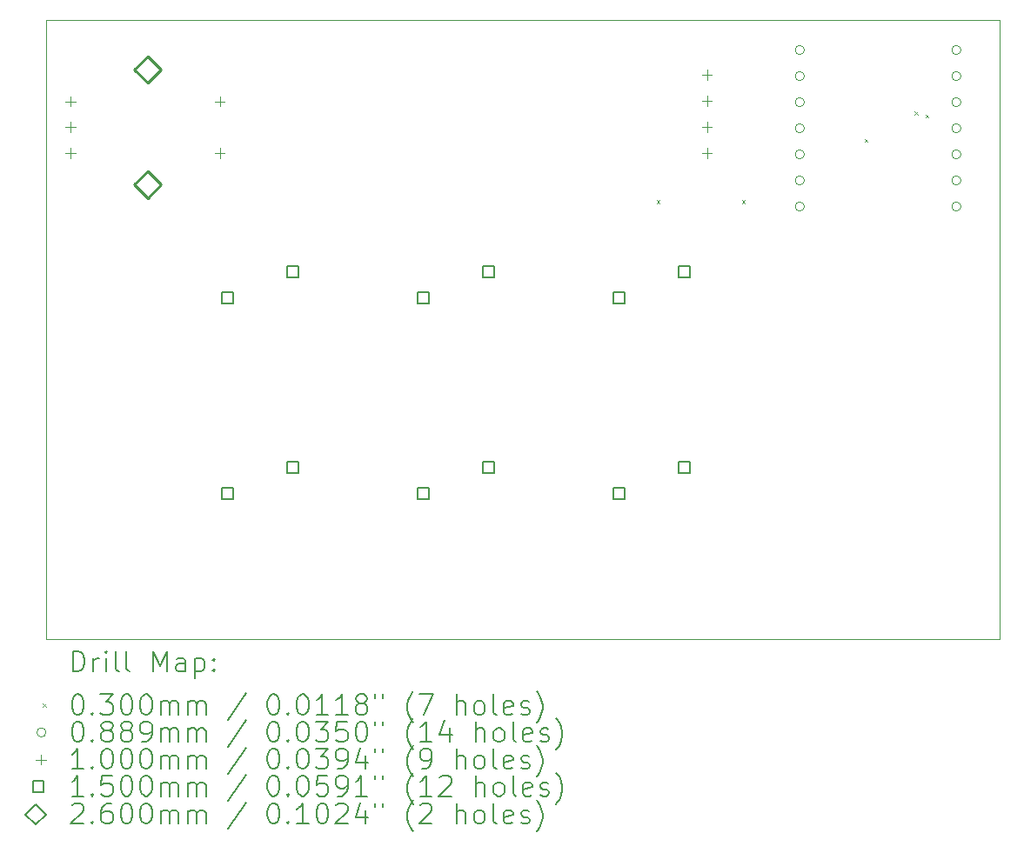
<source format=gbr>
%TF.GenerationSoftware,KiCad,Pcbnew,9.0.7*%
%TF.CreationDate,2026-01-28T20:06:28-06:00*%
%TF.ProjectId,MicroPad actual,4d696372-6f50-4616-9420-61637475616c,rev?*%
%TF.SameCoordinates,Original*%
%TF.FileFunction,Drillmap*%
%TF.FilePolarity,Positive*%
%FSLAX45Y45*%
G04 Gerber Fmt 4.5, Leading zero omitted, Abs format (unit mm)*
G04 Created by KiCad (PCBNEW 9.0.7) date 2026-01-28 20:06:28*
%MOMM*%
%LPD*%
G01*
G04 APERTURE LIST*
%ADD10C,0.050000*%
%ADD11C,0.200000*%
%ADD12C,0.100000*%
%ADD13C,0.150000*%
%ADD14C,0.260000*%
G04 APERTURE END LIST*
D10*
X8334375Y-2997625D02*
X17609375Y-2997625D01*
X17609375Y-9025000D01*
X8334375Y-9025000D01*
X8334375Y-2997625D01*
D11*
D12*
X14272800Y-4747600D02*
X14302800Y-4777600D01*
X14302800Y-4747600D02*
X14272800Y-4777600D01*
X15106255Y-4747600D02*
X15136255Y-4777600D01*
X15136255Y-4747600D02*
X15106255Y-4777600D01*
X16296905Y-4152275D02*
X16326905Y-4182275D01*
X16326905Y-4152275D02*
X16296905Y-4182275D01*
X16785000Y-3885000D02*
X16815000Y-3915000D01*
X16815000Y-3885000D02*
X16785000Y-3915000D01*
X16892230Y-3914145D02*
X16922230Y-3944145D01*
X16922230Y-3914145D02*
X16892230Y-3944145D01*
X16892230Y-3914145D02*
X16922230Y-3944145D01*
X16922230Y-3914145D02*
X16892230Y-3944145D01*
X16892230Y-3914145D02*
X16922230Y-3944145D01*
X16922230Y-3914145D02*
X16892230Y-3944145D01*
X15713075Y-3286125D02*
G75*
G02*
X15624175Y-3286125I-44450J0D01*
G01*
X15624175Y-3286125D02*
G75*
G02*
X15713075Y-3286125I44450J0D01*
G01*
X15713075Y-3540125D02*
G75*
G02*
X15624175Y-3540125I-44450J0D01*
G01*
X15624175Y-3540125D02*
G75*
G02*
X15713075Y-3540125I44450J0D01*
G01*
X15713075Y-3794125D02*
G75*
G02*
X15624175Y-3794125I-44450J0D01*
G01*
X15624175Y-3794125D02*
G75*
G02*
X15713075Y-3794125I44450J0D01*
G01*
X15713075Y-4048125D02*
G75*
G02*
X15624175Y-4048125I-44450J0D01*
G01*
X15624175Y-4048125D02*
G75*
G02*
X15713075Y-4048125I44450J0D01*
G01*
X15713075Y-4302125D02*
G75*
G02*
X15624175Y-4302125I-44450J0D01*
G01*
X15624175Y-4302125D02*
G75*
G02*
X15713075Y-4302125I44450J0D01*
G01*
X15713075Y-4556125D02*
G75*
G02*
X15624175Y-4556125I-44450J0D01*
G01*
X15624175Y-4556125D02*
G75*
G02*
X15713075Y-4556125I44450J0D01*
G01*
X15713075Y-4810125D02*
G75*
G02*
X15624175Y-4810125I-44450J0D01*
G01*
X15624175Y-4810125D02*
G75*
G02*
X15713075Y-4810125I44450J0D01*
G01*
X17237075Y-3286125D02*
G75*
G02*
X17148175Y-3286125I-44450J0D01*
G01*
X17148175Y-3286125D02*
G75*
G02*
X17237075Y-3286125I44450J0D01*
G01*
X17237075Y-3540125D02*
G75*
G02*
X17148175Y-3540125I-44450J0D01*
G01*
X17148175Y-3540125D02*
G75*
G02*
X17237075Y-3540125I44450J0D01*
G01*
X17237075Y-3794125D02*
G75*
G02*
X17148175Y-3794125I-44450J0D01*
G01*
X17148175Y-3794125D02*
G75*
G02*
X17237075Y-3794125I44450J0D01*
G01*
X17237075Y-4048125D02*
G75*
G02*
X17148175Y-4048125I-44450J0D01*
G01*
X17148175Y-4048125D02*
G75*
G02*
X17237075Y-4048125I44450J0D01*
G01*
X17237075Y-4302125D02*
G75*
G02*
X17148175Y-4302125I-44450J0D01*
G01*
X17148175Y-4302125D02*
G75*
G02*
X17237075Y-4302125I44450J0D01*
G01*
X17237075Y-4556125D02*
G75*
G02*
X17148175Y-4556125I-44450J0D01*
G01*
X17148175Y-4556125D02*
G75*
G02*
X17237075Y-4556125I44450J0D01*
G01*
X17237075Y-4810125D02*
G75*
G02*
X17148175Y-4810125I-44450J0D01*
G01*
X17148175Y-4810125D02*
G75*
G02*
X17237075Y-4810125I44450J0D01*
G01*
X8572500Y-3736250D02*
X8572500Y-3836250D01*
X8522500Y-3786250D02*
X8622500Y-3786250D01*
X8572500Y-3986250D02*
X8572500Y-4086250D01*
X8522500Y-4036250D02*
X8622500Y-4036250D01*
X8572500Y-4236250D02*
X8572500Y-4336250D01*
X8522500Y-4286250D02*
X8622500Y-4286250D01*
X10022500Y-3736250D02*
X10022500Y-3836250D01*
X9972500Y-3786250D02*
X10072500Y-3786250D01*
X10022500Y-4236250D02*
X10022500Y-4336250D01*
X9972500Y-4286250D02*
X10072500Y-4286250D01*
X14763750Y-3474250D02*
X14763750Y-3574250D01*
X14713750Y-3524250D02*
X14813750Y-3524250D01*
X14763750Y-3728250D02*
X14763750Y-3828250D01*
X14713750Y-3778250D02*
X14813750Y-3778250D01*
X14763750Y-3982250D02*
X14763750Y-4082250D01*
X14713750Y-4032250D02*
X14813750Y-4032250D01*
X14763750Y-4236250D02*
X14763750Y-4336250D01*
X14713750Y-4286250D02*
X14813750Y-4286250D01*
D13*
X10149534Y-5752158D02*
X10149534Y-5646091D01*
X10043467Y-5646091D01*
X10043467Y-5752158D01*
X10149534Y-5752158D01*
X10149534Y-7657158D02*
X10149534Y-7551091D01*
X10043467Y-7551091D01*
X10043467Y-7657158D01*
X10149534Y-7657158D01*
X10784534Y-5498159D02*
X10784534Y-5392092D01*
X10678467Y-5392092D01*
X10678467Y-5498159D01*
X10784534Y-5498159D01*
X10784534Y-7403158D02*
X10784534Y-7297091D01*
X10678467Y-7297091D01*
X10678467Y-7403158D01*
X10784534Y-7403158D01*
X12054533Y-5752158D02*
X12054533Y-5646091D01*
X11948466Y-5646091D01*
X11948466Y-5752158D01*
X12054533Y-5752158D01*
X12054533Y-7657158D02*
X12054533Y-7551091D01*
X11948466Y-7551091D01*
X11948466Y-7657158D01*
X12054533Y-7657158D01*
X12689533Y-5498159D02*
X12689533Y-5392092D01*
X12583466Y-5392092D01*
X12583466Y-5498159D01*
X12689533Y-5498159D01*
X12689533Y-7403158D02*
X12689533Y-7297091D01*
X12583466Y-7297091D01*
X12583466Y-7403158D01*
X12689533Y-7403158D01*
X13959533Y-5752158D02*
X13959533Y-5646091D01*
X13853466Y-5646091D01*
X13853466Y-5752158D01*
X13959533Y-5752158D01*
X13959533Y-7657158D02*
X13959533Y-7551091D01*
X13853466Y-7551091D01*
X13853466Y-7657158D01*
X13959533Y-7657158D01*
X14594533Y-5498159D02*
X14594533Y-5392092D01*
X14488466Y-5392092D01*
X14488466Y-5498159D01*
X14594533Y-5498159D01*
X14594533Y-7403158D02*
X14594533Y-7297091D01*
X14488466Y-7297091D01*
X14488466Y-7403158D01*
X14594533Y-7403158D01*
D14*
X9322500Y-3606250D02*
X9452500Y-3476250D01*
X9322500Y-3346250D01*
X9192500Y-3476250D01*
X9322500Y-3606250D01*
X9322500Y-4726250D02*
X9452500Y-4596250D01*
X9322500Y-4466250D01*
X9192500Y-4596250D01*
X9322500Y-4726250D01*
D11*
X8592652Y-9338984D02*
X8592652Y-9138984D01*
X8592652Y-9138984D02*
X8640271Y-9138984D01*
X8640271Y-9138984D02*
X8668842Y-9148508D01*
X8668842Y-9148508D02*
X8687890Y-9167555D01*
X8687890Y-9167555D02*
X8697414Y-9186603D01*
X8697414Y-9186603D02*
X8706938Y-9224698D01*
X8706938Y-9224698D02*
X8706938Y-9253270D01*
X8706938Y-9253270D02*
X8697414Y-9291365D01*
X8697414Y-9291365D02*
X8687890Y-9310412D01*
X8687890Y-9310412D02*
X8668842Y-9329460D01*
X8668842Y-9329460D02*
X8640271Y-9338984D01*
X8640271Y-9338984D02*
X8592652Y-9338984D01*
X8792652Y-9338984D02*
X8792652Y-9205650D01*
X8792652Y-9243746D02*
X8802176Y-9224698D01*
X8802176Y-9224698D02*
X8811699Y-9215174D01*
X8811699Y-9215174D02*
X8830747Y-9205650D01*
X8830747Y-9205650D02*
X8849795Y-9205650D01*
X8916461Y-9338984D02*
X8916461Y-9205650D01*
X8916461Y-9138984D02*
X8906938Y-9148508D01*
X8906938Y-9148508D02*
X8916461Y-9158031D01*
X8916461Y-9158031D02*
X8925985Y-9148508D01*
X8925985Y-9148508D02*
X8916461Y-9138984D01*
X8916461Y-9138984D02*
X8916461Y-9158031D01*
X9040271Y-9338984D02*
X9021223Y-9329460D01*
X9021223Y-9329460D02*
X9011699Y-9310412D01*
X9011699Y-9310412D02*
X9011699Y-9138984D01*
X9145033Y-9338984D02*
X9125985Y-9329460D01*
X9125985Y-9329460D02*
X9116461Y-9310412D01*
X9116461Y-9310412D02*
X9116461Y-9138984D01*
X9373604Y-9338984D02*
X9373604Y-9138984D01*
X9373604Y-9138984D02*
X9440271Y-9281841D01*
X9440271Y-9281841D02*
X9506938Y-9138984D01*
X9506938Y-9138984D02*
X9506938Y-9338984D01*
X9687890Y-9338984D02*
X9687890Y-9234222D01*
X9687890Y-9234222D02*
X9678366Y-9215174D01*
X9678366Y-9215174D02*
X9659319Y-9205650D01*
X9659319Y-9205650D02*
X9621223Y-9205650D01*
X9621223Y-9205650D02*
X9602176Y-9215174D01*
X9687890Y-9329460D02*
X9668842Y-9338984D01*
X9668842Y-9338984D02*
X9621223Y-9338984D01*
X9621223Y-9338984D02*
X9602176Y-9329460D01*
X9602176Y-9329460D02*
X9592652Y-9310412D01*
X9592652Y-9310412D02*
X9592652Y-9291365D01*
X9592652Y-9291365D02*
X9602176Y-9272317D01*
X9602176Y-9272317D02*
X9621223Y-9262793D01*
X9621223Y-9262793D02*
X9668842Y-9262793D01*
X9668842Y-9262793D02*
X9687890Y-9253270D01*
X9783128Y-9205650D02*
X9783128Y-9405650D01*
X9783128Y-9215174D02*
X9802176Y-9205650D01*
X9802176Y-9205650D02*
X9840271Y-9205650D01*
X9840271Y-9205650D02*
X9859319Y-9215174D01*
X9859319Y-9215174D02*
X9868842Y-9224698D01*
X9868842Y-9224698D02*
X9878366Y-9243746D01*
X9878366Y-9243746D02*
X9878366Y-9300889D01*
X9878366Y-9300889D02*
X9868842Y-9319936D01*
X9868842Y-9319936D02*
X9859319Y-9329460D01*
X9859319Y-9329460D02*
X9840271Y-9338984D01*
X9840271Y-9338984D02*
X9802176Y-9338984D01*
X9802176Y-9338984D02*
X9783128Y-9329460D01*
X9964080Y-9319936D02*
X9973604Y-9329460D01*
X9973604Y-9329460D02*
X9964080Y-9338984D01*
X9964080Y-9338984D02*
X9954557Y-9329460D01*
X9954557Y-9329460D02*
X9964080Y-9319936D01*
X9964080Y-9319936D02*
X9964080Y-9338984D01*
X9964080Y-9215174D02*
X9973604Y-9224698D01*
X9973604Y-9224698D02*
X9964080Y-9234222D01*
X9964080Y-9234222D02*
X9954557Y-9224698D01*
X9954557Y-9224698D02*
X9964080Y-9215174D01*
X9964080Y-9215174D02*
X9964080Y-9234222D01*
D12*
X8301875Y-9652500D02*
X8331875Y-9682500D01*
X8331875Y-9652500D02*
X8301875Y-9682500D01*
D11*
X8630747Y-9558984D02*
X8649795Y-9558984D01*
X8649795Y-9558984D02*
X8668842Y-9568508D01*
X8668842Y-9568508D02*
X8678366Y-9578031D01*
X8678366Y-9578031D02*
X8687890Y-9597079D01*
X8687890Y-9597079D02*
X8697414Y-9635174D01*
X8697414Y-9635174D02*
X8697414Y-9682793D01*
X8697414Y-9682793D02*
X8687890Y-9720889D01*
X8687890Y-9720889D02*
X8678366Y-9739936D01*
X8678366Y-9739936D02*
X8668842Y-9749460D01*
X8668842Y-9749460D02*
X8649795Y-9758984D01*
X8649795Y-9758984D02*
X8630747Y-9758984D01*
X8630747Y-9758984D02*
X8611699Y-9749460D01*
X8611699Y-9749460D02*
X8602176Y-9739936D01*
X8602176Y-9739936D02*
X8592652Y-9720889D01*
X8592652Y-9720889D02*
X8583128Y-9682793D01*
X8583128Y-9682793D02*
X8583128Y-9635174D01*
X8583128Y-9635174D02*
X8592652Y-9597079D01*
X8592652Y-9597079D02*
X8602176Y-9578031D01*
X8602176Y-9578031D02*
X8611699Y-9568508D01*
X8611699Y-9568508D02*
X8630747Y-9558984D01*
X8783128Y-9739936D02*
X8792652Y-9749460D01*
X8792652Y-9749460D02*
X8783128Y-9758984D01*
X8783128Y-9758984D02*
X8773604Y-9749460D01*
X8773604Y-9749460D02*
X8783128Y-9739936D01*
X8783128Y-9739936D02*
X8783128Y-9758984D01*
X8859319Y-9558984D02*
X8983128Y-9558984D01*
X8983128Y-9558984D02*
X8916461Y-9635174D01*
X8916461Y-9635174D02*
X8945033Y-9635174D01*
X8945033Y-9635174D02*
X8964080Y-9644698D01*
X8964080Y-9644698D02*
X8973604Y-9654222D01*
X8973604Y-9654222D02*
X8983128Y-9673270D01*
X8983128Y-9673270D02*
X8983128Y-9720889D01*
X8983128Y-9720889D02*
X8973604Y-9739936D01*
X8973604Y-9739936D02*
X8964080Y-9749460D01*
X8964080Y-9749460D02*
X8945033Y-9758984D01*
X8945033Y-9758984D02*
X8887890Y-9758984D01*
X8887890Y-9758984D02*
X8868842Y-9749460D01*
X8868842Y-9749460D02*
X8859319Y-9739936D01*
X9106938Y-9558984D02*
X9125985Y-9558984D01*
X9125985Y-9558984D02*
X9145033Y-9568508D01*
X9145033Y-9568508D02*
X9154557Y-9578031D01*
X9154557Y-9578031D02*
X9164080Y-9597079D01*
X9164080Y-9597079D02*
X9173604Y-9635174D01*
X9173604Y-9635174D02*
X9173604Y-9682793D01*
X9173604Y-9682793D02*
X9164080Y-9720889D01*
X9164080Y-9720889D02*
X9154557Y-9739936D01*
X9154557Y-9739936D02*
X9145033Y-9749460D01*
X9145033Y-9749460D02*
X9125985Y-9758984D01*
X9125985Y-9758984D02*
X9106938Y-9758984D01*
X9106938Y-9758984D02*
X9087890Y-9749460D01*
X9087890Y-9749460D02*
X9078366Y-9739936D01*
X9078366Y-9739936D02*
X9068842Y-9720889D01*
X9068842Y-9720889D02*
X9059319Y-9682793D01*
X9059319Y-9682793D02*
X9059319Y-9635174D01*
X9059319Y-9635174D02*
X9068842Y-9597079D01*
X9068842Y-9597079D02*
X9078366Y-9578031D01*
X9078366Y-9578031D02*
X9087890Y-9568508D01*
X9087890Y-9568508D02*
X9106938Y-9558984D01*
X9297414Y-9558984D02*
X9316461Y-9558984D01*
X9316461Y-9558984D02*
X9335509Y-9568508D01*
X9335509Y-9568508D02*
X9345033Y-9578031D01*
X9345033Y-9578031D02*
X9354557Y-9597079D01*
X9354557Y-9597079D02*
X9364080Y-9635174D01*
X9364080Y-9635174D02*
X9364080Y-9682793D01*
X9364080Y-9682793D02*
X9354557Y-9720889D01*
X9354557Y-9720889D02*
X9345033Y-9739936D01*
X9345033Y-9739936D02*
X9335509Y-9749460D01*
X9335509Y-9749460D02*
X9316461Y-9758984D01*
X9316461Y-9758984D02*
X9297414Y-9758984D01*
X9297414Y-9758984D02*
X9278366Y-9749460D01*
X9278366Y-9749460D02*
X9268842Y-9739936D01*
X9268842Y-9739936D02*
X9259319Y-9720889D01*
X9259319Y-9720889D02*
X9249795Y-9682793D01*
X9249795Y-9682793D02*
X9249795Y-9635174D01*
X9249795Y-9635174D02*
X9259319Y-9597079D01*
X9259319Y-9597079D02*
X9268842Y-9578031D01*
X9268842Y-9578031D02*
X9278366Y-9568508D01*
X9278366Y-9568508D02*
X9297414Y-9558984D01*
X9449795Y-9758984D02*
X9449795Y-9625650D01*
X9449795Y-9644698D02*
X9459319Y-9635174D01*
X9459319Y-9635174D02*
X9478366Y-9625650D01*
X9478366Y-9625650D02*
X9506938Y-9625650D01*
X9506938Y-9625650D02*
X9525985Y-9635174D01*
X9525985Y-9635174D02*
X9535509Y-9654222D01*
X9535509Y-9654222D02*
X9535509Y-9758984D01*
X9535509Y-9654222D02*
X9545033Y-9635174D01*
X9545033Y-9635174D02*
X9564080Y-9625650D01*
X9564080Y-9625650D02*
X9592652Y-9625650D01*
X9592652Y-9625650D02*
X9611700Y-9635174D01*
X9611700Y-9635174D02*
X9621223Y-9654222D01*
X9621223Y-9654222D02*
X9621223Y-9758984D01*
X9716461Y-9758984D02*
X9716461Y-9625650D01*
X9716461Y-9644698D02*
X9725985Y-9635174D01*
X9725985Y-9635174D02*
X9745033Y-9625650D01*
X9745033Y-9625650D02*
X9773604Y-9625650D01*
X9773604Y-9625650D02*
X9792652Y-9635174D01*
X9792652Y-9635174D02*
X9802176Y-9654222D01*
X9802176Y-9654222D02*
X9802176Y-9758984D01*
X9802176Y-9654222D02*
X9811700Y-9635174D01*
X9811700Y-9635174D02*
X9830747Y-9625650D01*
X9830747Y-9625650D02*
X9859319Y-9625650D01*
X9859319Y-9625650D02*
X9878366Y-9635174D01*
X9878366Y-9635174D02*
X9887890Y-9654222D01*
X9887890Y-9654222D02*
X9887890Y-9758984D01*
X10278366Y-9549460D02*
X10106938Y-9806603D01*
X10535509Y-9558984D02*
X10554557Y-9558984D01*
X10554557Y-9558984D02*
X10573604Y-9568508D01*
X10573604Y-9568508D02*
X10583128Y-9578031D01*
X10583128Y-9578031D02*
X10592652Y-9597079D01*
X10592652Y-9597079D02*
X10602176Y-9635174D01*
X10602176Y-9635174D02*
X10602176Y-9682793D01*
X10602176Y-9682793D02*
X10592652Y-9720889D01*
X10592652Y-9720889D02*
X10583128Y-9739936D01*
X10583128Y-9739936D02*
X10573604Y-9749460D01*
X10573604Y-9749460D02*
X10554557Y-9758984D01*
X10554557Y-9758984D02*
X10535509Y-9758984D01*
X10535509Y-9758984D02*
X10516462Y-9749460D01*
X10516462Y-9749460D02*
X10506938Y-9739936D01*
X10506938Y-9739936D02*
X10497414Y-9720889D01*
X10497414Y-9720889D02*
X10487890Y-9682793D01*
X10487890Y-9682793D02*
X10487890Y-9635174D01*
X10487890Y-9635174D02*
X10497414Y-9597079D01*
X10497414Y-9597079D02*
X10506938Y-9578031D01*
X10506938Y-9578031D02*
X10516462Y-9568508D01*
X10516462Y-9568508D02*
X10535509Y-9558984D01*
X10687890Y-9739936D02*
X10697414Y-9749460D01*
X10697414Y-9749460D02*
X10687890Y-9758984D01*
X10687890Y-9758984D02*
X10678366Y-9749460D01*
X10678366Y-9749460D02*
X10687890Y-9739936D01*
X10687890Y-9739936D02*
X10687890Y-9758984D01*
X10821223Y-9558984D02*
X10840271Y-9558984D01*
X10840271Y-9558984D02*
X10859319Y-9568508D01*
X10859319Y-9568508D02*
X10868843Y-9578031D01*
X10868843Y-9578031D02*
X10878366Y-9597079D01*
X10878366Y-9597079D02*
X10887890Y-9635174D01*
X10887890Y-9635174D02*
X10887890Y-9682793D01*
X10887890Y-9682793D02*
X10878366Y-9720889D01*
X10878366Y-9720889D02*
X10868843Y-9739936D01*
X10868843Y-9739936D02*
X10859319Y-9749460D01*
X10859319Y-9749460D02*
X10840271Y-9758984D01*
X10840271Y-9758984D02*
X10821223Y-9758984D01*
X10821223Y-9758984D02*
X10802176Y-9749460D01*
X10802176Y-9749460D02*
X10792652Y-9739936D01*
X10792652Y-9739936D02*
X10783128Y-9720889D01*
X10783128Y-9720889D02*
X10773604Y-9682793D01*
X10773604Y-9682793D02*
X10773604Y-9635174D01*
X10773604Y-9635174D02*
X10783128Y-9597079D01*
X10783128Y-9597079D02*
X10792652Y-9578031D01*
X10792652Y-9578031D02*
X10802176Y-9568508D01*
X10802176Y-9568508D02*
X10821223Y-9558984D01*
X11078366Y-9758984D02*
X10964081Y-9758984D01*
X11021223Y-9758984D02*
X11021223Y-9558984D01*
X11021223Y-9558984D02*
X11002176Y-9587555D01*
X11002176Y-9587555D02*
X10983128Y-9606603D01*
X10983128Y-9606603D02*
X10964081Y-9616127D01*
X11268842Y-9758984D02*
X11154557Y-9758984D01*
X11211700Y-9758984D02*
X11211700Y-9558984D01*
X11211700Y-9558984D02*
X11192652Y-9587555D01*
X11192652Y-9587555D02*
X11173604Y-9606603D01*
X11173604Y-9606603D02*
X11154557Y-9616127D01*
X11383128Y-9644698D02*
X11364081Y-9635174D01*
X11364081Y-9635174D02*
X11354557Y-9625650D01*
X11354557Y-9625650D02*
X11345033Y-9606603D01*
X11345033Y-9606603D02*
X11345033Y-9597079D01*
X11345033Y-9597079D02*
X11354557Y-9578031D01*
X11354557Y-9578031D02*
X11364081Y-9568508D01*
X11364081Y-9568508D02*
X11383128Y-9558984D01*
X11383128Y-9558984D02*
X11421223Y-9558984D01*
X11421223Y-9558984D02*
X11440271Y-9568508D01*
X11440271Y-9568508D02*
X11449795Y-9578031D01*
X11449795Y-9578031D02*
X11459319Y-9597079D01*
X11459319Y-9597079D02*
X11459319Y-9606603D01*
X11459319Y-9606603D02*
X11449795Y-9625650D01*
X11449795Y-9625650D02*
X11440271Y-9635174D01*
X11440271Y-9635174D02*
X11421223Y-9644698D01*
X11421223Y-9644698D02*
X11383128Y-9644698D01*
X11383128Y-9644698D02*
X11364081Y-9654222D01*
X11364081Y-9654222D02*
X11354557Y-9663746D01*
X11354557Y-9663746D02*
X11345033Y-9682793D01*
X11345033Y-9682793D02*
X11345033Y-9720889D01*
X11345033Y-9720889D02*
X11354557Y-9739936D01*
X11354557Y-9739936D02*
X11364081Y-9749460D01*
X11364081Y-9749460D02*
X11383128Y-9758984D01*
X11383128Y-9758984D02*
X11421223Y-9758984D01*
X11421223Y-9758984D02*
X11440271Y-9749460D01*
X11440271Y-9749460D02*
X11449795Y-9739936D01*
X11449795Y-9739936D02*
X11459319Y-9720889D01*
X11459319Y-9720889D02*
X11459319Y-9682793D01*
X11459319Y-9682793D02*
X11449795Y-9663746D01*
X11449795Y-9663746D02*
X11440271Y-9654222D01*
X11440271Y-9654222D02*
X11421223Y-9644698D01*
X11535509Y-9558984D02*
X11535509Y-9597079D01*
X11611700Y-9558984D02*
X11611700Y-9597079D01*
X11906938Y-9835174D02*
X11897414Y-9825650D01*
X11897414Y-9825650D02*
X11878366Y-9797079D01*
X11878366Y-9797079D02*
X11868843Y-9778031D01*
X11868843Y-9778031D02*
X11859319Y-9749460D01*
X11859319Y-9749460D02*
X11849795Y-9701841D01*
X11849795Y-9701841D02*
X11849795Y-9663746D01*
X11849795Y-9663746D02*
X11859319Y-9616127D01*
X11859319Y-9616127D02*
X11868843Y-9587555D01*
X11868843Y-9587555D02*
X11878366Y-9568508D01*
X11878366Y-9568508D02*
X11897414Y-9539936D01*
X11897414Y-9539936D02*
X11906938Y-9530412D01*
X11964081Y-9558984D02*
X12097414Y-9558984D01*
X12097414Y-9558984D02*
X12011700Y-9758984D01*
X12325985Y-9758984D02*
X12325985Y-9558984D01*
X12411700Y-9758984D02*
X12411700Y-9654222D01*
X12411700Y-9654222D02*
X12402176Y-9635174D01*
X12402176Y-9635174D02*
X12383128Y-9625650D01*
X12383128Y-9625650D02*
X12354557Y-9625650D01*
X12354557Y-9625650D02*
X12335509Y-9635174D01*
X12335509Y-9635174D02*
X12325985Y-9644698D01*
X12535509Y-9758984D02*
X12516462Y-9749460D01*
X12516462Y-9749460D02*
X12506938Y-9739936D01*
X12506938Y-9739936D02*
X12497414Y-9720889D01*
X12497414Y-9720889D02*
X12497414Y-9663746D01*
X12497414Y-9663746D02*
X12506938Y-9644698D01*
X12506938Y-9644698D02*
X12516462Y-9635174D01*
X12516462Y-9635174D02*
X12535509Y-9625650D01*
X12535509Y-9625650D02*
X12564081Y-9625650D01*
X12564081Y-9625650D02*
X12583128Y-9635174D01*
X12583128Y-9635174D02*
X12592652Y-9644698D01*
X12592652Y-9644698D02*
X12602176Y-9663746D01*
X12602176Y-9663746D02*
X12602176Y-9720889D01*
X12602176Y-9720889D02*
X12592652Y-9739936D01*
X12592652Y-9739936D02*
X12583128Y-9749460D01*
X12583128Y-9749460D02*
X12564081Y-9758984D01*
X12564081Y-9758984D02*
X12535509Y-9758984D01*
X12716462Y-9758984D02*
X12697414Y-9749460D01*
X12697414Y-9749460D02*
X12687890Y-9730412D01*
X12687890Y-9730412D02*
X12687890Y-9558984D01*
X12868843Y-9749460D02*
X12849795Y-9758984D01*
X12849795Y-9758984D02*
X12811700Y-9758984D01*
X12811700Y-9758984D02*
X12792652Y-9749460D01*
X12792652Y-9749460D02*
X12783128Y-9730412D01*
X12783128Y-9730412D02*
X12783128Y-9654222D01*
X12783128Y-9654222D02*
X12792652Y-9635174D01*
X12792652Y-9635174D02*
X12811700Y-9625650D01*
X12811700Y-9625650D02*
X12849795Y-9625650D01*
X12849795Y-9625650D02*
X12868843Y-9635174D01*
X12868843Y-9635174D02*
X12878366Y-9654222D01*
X12878366Y-9654222D02*
X12878366Y-9673270D01*
X12878366Y-9673270D02*
X12783128Y-9692317D01*
X12954557Y-9749460D02*
X12973605Y-9758984D01*
X12973605Y-9758984D02*
X13011700Y-9758984D01*
X13011700Y-9758984D02*
X13030747Y-9749460D01*
X13030747Y-9749460D02*
X13040271Y-9730412D01*
X13040271Y-9730412D02*
X13040271Y-9720889D01*
X13040271Y-9720889D02*
X13030747Y-9701841D01*
X13030747Y-9701841D02*
X13011700Y-9692317D01*
X13011700Y-9692317D02*
X12983128Y-9692317D01*
X12983128Y-9692317D02*
X12964081Y-9682793D01*
X12964081Y-9682793D02*
X12954557Y-9663746D01*
X12954557Y-9663746D02*
X12954557Y-9654222D01*
X12954557Y-9654222D02*
X12964081Y-9635174D01*
X12964081Y-9635174D02*
X12983128Y-9625650D01*
X12983128Y-9625650D02*
X13011700Y-9625650D01*
X13011700Y-9625650D02*
X13030747Y-9635174D01*
X13106938Y-9835174D02*
X13116462Y-9825650D01*
X13116462Y-9825650D02*
X13135509Y-9797079D01*
X13135509Y-9797079D02*
X13145033Y-9778031D01*
X13145033Y-9778031D02*
X13154557Y-9749460D01*
X13154557Y-9749460D02*
X13164081Y-9701841D01*
X13164081Y-9701841D02*
X13164081Y-9663746D01*
X13164081Y-9663746D02*
X13154557Y-9616127D01*
X13154557Y-9616127D02*
X13145033Y-9587555D01*
X13145033Y-9587555D02*
X13135509Y-9568508D01*
X13135509Y-9568508D02*
X13116462Y-9539936D01*
X13116462Y-9539936D02*
X13106938Y-9530412D01*
D12*
X8331875Y-9931500D02*
G75*
G02*
X8242975Y-9931500I-44450J0D01*
G01*
X8242975Y-9931500D02*
G75*
G02*
X8331875Y-9931500I44450J0D01*
G01*
D11*
X8630747Y-9822984D02*
X8649795Y-9822984D01*
X8649795Y-9822984D02*
X8668842Y-9832508D01*
X8668842Y-9832508D02*
X8678366Y-9842031D01*
X8678366Y-9842031D02*
X8687890Y-9861079D01*
X8687890Y-9861079D02*
X8697414Y-9899174D01*
X8697414Y-9899174D02*
X8697414Y-9946793D01*
X8697414Y-9946793D02*
X8687890Y-9984889D01*
X8687890Y-9984889D02*
X8678366Y-10003936D01*
X8678366Y-10003936D02*
X8668842Y-10013460D01*
X8668842Y-10013460D02*
X8649795Y-10022984D01*
X8649795Y-10022984D02*
X8630747Y-10022984D01*
X8630747Y-10022984D02*
X8611699Y-10013460D01*
X8611699Y-10013460D02*
X8602176Y-10003936D01*
X8602176Y-10003936D02*
X8592652Y-9984889D01*
X8592652Y-9984889D02*
X8583128Y-9946793D01*
X8583128Y-9946793D02*
X8583128Y-9899174D01*
X8583128Y-9899174D02*
X8592652Y-9861079D01*
X8592652Y-9861079D02*
X8602176Y-9842031D01*
X8602176Y-9842031D02*
X8611699Y-9832508D01*
X8611699Y-9832508D02*
X8630747Y-9822984D01*
X8783128Y-10003936D02*
X8792652Y-10013460D01*
X8792652Y-10013460D02*
X8783128Y-10022984D01*
X8783128Y-10022984D02*
X8773604Y-10013460D01*
X8773604Y-10013460D02*
X8783128Y-10003936D01*
X8783128Y-10003936D02*
X8783128Y-10022984D01*
X8906938Y-9908698D02*
X8887890Y-9899174D01*
X8887890Y-9899174D02*
X8878366Y-9889650D01*
X8878366Y-9889650D02*
X8868842Y-9870603D01*
X8868842Y-9870603D02*
X8868842Y-9861079D01*
X8868842Y-9861079D02*
X8878366Y-9842031D01*
X8878366Y-9842031D02*
X8887890Y-9832508D01*
X8887890Y-9832508D02*
X8906938Y-9822984D01*
X8906938Y-9822984D02*
X8945033Y-9822984D01*
X8945033Y-9822984D02*
X8964080Y-9832508D01*
X8964080Y-9832508D02*
X8973604Y-9842031D01*
X8973604Y-9842031D02*
X8983128Y-9861079D01*
X8983128Y-9861079D02*
X8983128Y-9870603D01*
X8983128Y-9870603D02*
X8973604Y-9889650D01*
X8973604Y-9889650D02*
X8964080Y-9899174D01*
X8964080Y-9899174D02*
X8945033Y-9908698D01*
X8945033Y-9908698D02*
X8906938Y-9908698D01*
X8906938Y-9908698D02*
X8887890Y-9918222D01*
X8887890Y-9918222D02*
X8878366Y-9927746D01*
X8878366Y-9927746D02*
X8868842Y-9946793D01*
X8868842Y-9946793D02*
X8868842Y-9984889D01*
X8868842Y-9984889D02*
X8878366Y-10003936D01*
X8878366Y-10003936D02*
X8887890Y-10013460D01*
X8887890Y-10013460D02*
X8906938Y-10022984D01*
X8906938Y-10022984D02*
X8945033Y-10022984D01*
X8945033Y-10022984D02*
X8964080Y-10013460D01*
X8964080Y-10013460D02*
X8973604Y-10003936D01*
X8973604Y-10003936D02*
X8983128Y-9984889D01*
X8983128Y-9984889D02*
X8983128Y-9946793D01*
X8983128Y-9946793D02*
X8973604Y-9927746D01*
X8973604Y-9927746D02*
X8964080Y-9918222D01*
X8964080Y-9918222D02*
X8945033Y-9908698D01*
X9097414Y-9908698D02*
X9078366Y-9899174D01*
X9078366Y-9899174D02*
X9068842Y-9889650D01*
X9068842Y-9889650D02*
X9059319Y-9870603D01*
X9059319Y-9870603D02*
X9059319Y-9861079D01*
X9059319Y-9861079D02*
X9068842Y-9842031D01*
X9068842Y-9842031D02*
X9078366Y-9832508D01*
X9078366Y-9832508D02*
X9097414Y-9822984D01*
X9097414Y-9822984D02*
X9135509Y-9822984D01*
X9135509Y-9822984D02*
X9154557Y-9832508D01*
X9154557Y-9832508D02*
X9164080Y-9842031D01*
X9164080Y-9842031D02*
X9173604Y-9861079D01*
X9173604Y-9861079D02*
X9173604Y-9870603D01*
X9173604Y-9870603D02*
X9164080Y-9889650D01*
X9164080Y-9889650D02*
X9154557Y-9899174D01*
X9154557Y-9899174D02*
X9135509Y-9908698D01*
X9135509Y-9908698D02*
X9097414Y-9908698D01*
X9097414Y-9908698D02*
X9078366Y-9918222D01*
X9078366Y-9918222D02*
X9068842Y-9927746D01*
X9068842Y-9927746D02*
X9059319Y-9946793D01*
X9059319Y-9946793D02*
X9059319Y-9984889D01*
X9059319Y-9984889D02*
X9068842Y-10003936D01*
X9068842Y-10003936D02*
X9078366Y-10013460D01*
X9078366Y-10013460D02*
X9097414Y-10022984D01*
X9097414Y-10022984D02*
X9135509Y-10022984D01*
X9135509Y-10022984D02*
X9154557Y-10013460D01*
X9154557Y-10013460D02*
X9164080Y-10003936D01*
X9164080Y-10003936D02*
X9173604Y-9984889D01*
X9173604Y-9984889D02*
X9173604Y-9946793D01*
X9173604Y-9946793D02*
X9164080Y-9927746D01*
X9164080Y-9927746D02*
X9154557Y-9918222D01*
X9154557Y-9918222D02*
X9135509Y-9908698D01*
X9268842Y-10022984D02*
X9306938Y-10022984D01*
X9306938Y-10022984D02*
X9325985Y-10013460D01*
X9325985Y-10013460D02*
X9335509Y-10003936D01*
X9335509Y-10003936D02*
X9354557Y-9975365D01*
X9354557Y-9975365D02*
X9364080Y-9937270D01*
X9364080Y-9937270D02*
X9364080Y-9861079D01*
X9364080Y-9861079D02*
X9354557Y-9842031D01*
X9354557Y-9842031D02*
X9345033Y-9832508D01*
X9345033Y-9832508D02*
X9325985Y-9822984D01*
X9325985Y-9822984D02*
X9287890Y-9822984D01*
X9287890Y-9822984D02*
X9268842Y-9832508D01*
X9268842Y-9832508D02*
X9259319Y-9842031D01*
X9259319Y-9842031D02*
X9249795Y-9861079D01*
X9249795Y-9861079D02*
X9249795Y-9908698D01*
X9249795Y-9908698D02*
X9259319Y-9927746D01*
X9259319Y-9927746D02*
X9268842Y-9937270D01*
X9268842Y-9937270D02*
X9287890Y-9946793D01*
X9287890Y-9946793D02*
X9325985Y-9946793D01*
X9325985Y-9946793D02*
X9345033Y-9937270D01*
X9345033Y-9937270D02*
X9354557Y-9927746D01*
X9354557Y-9927746D02*
X9364080Y-9908698D01*
X9449795Y-10022984D02*
X9449795Y-9889650D01*
X9449795Y-9908698D02*
X9459319Y-9899174D01*
X9459319Y-9899174D02*
X9478366Y-9889650D01*
X9478366Y-9889650D02*
X9506938Y-9889650D01*
X9506938Y-9889650D02*
X9525985Y-9899174D01*
X9525985Y-9899174D02*
X9535509Y-9918222D01*
X9535509Y-9918222D02*
X9535509Y-10022984D01*
X9535509Y-9918222D02*
X9545033Y-9899174D01*
X9545033Y-9899174D02*
X9564080Y-9889650D01*
X9564080Y-9889650D02*
X9592652Y-9889650D01*
X9592652Y-9889650D02*
X9611700Y-9899174D01*
X9611700Y-9899174D02*
X9621223Y-9918222D01*
X9621223Y-9918222D02*
X9621223Y-10022984D01*
X9716461Y-10022984D02*
X9716461Y-9889650D01*
X9716461Y-9908698D02*
X9725985Y-9899174D01*
X9725985Y-9899174D02*
X9745033Y-9889650D01*
X9745033Y-9889650D02*
X9773604Y-9889650D01*
X9773604Y-9889650D02*
X9792652Y-9899174D01*
X9792652Y-9899174D02*
X9802176Y-9918222D01*
X9802176Y-9918222D02*
X9802176Y-10022984D01*
X9802176Y-9918222D02*
X9811700Y-9899174D01*
X9811700Y-9899174D02*
X9830747Y-9889650D01*
X9830747Y-9889650D02*
X9859319Y-9889650D01*
X9859319Y-9889650D02*
X9878366Y-9899174D01*
X9878366Y-9899174D02*
X9887890Y-9918222D01*
X9887890Y-9918222D02*
X9887890Y-10022984D01*
X10278366Y-9813460D02*
X10106938Y-10070603D01*
X10535509Y-9822984D02*
X10554557Y-9822984D01*
X10554557Y-9822984D02*
X10573604Y-9832508D01*
X10573604Y-9832508D02*
X10583128Y-9842031D01*
X10583128Y-9842031D02*
X10592652Y-9861079D01*
X10592652Y-9861079D02*
X10602176Y-9899174D01*
X10602176Y-9899174D02*
X10602176Y-9946793D01*
X10602176Y-9946793D02*
X10592652Y-9984889D01*
X10592652Y-9984889D02*
X10583128Y-10003936D01*
X10583128Y-10003936D02*
X10573604Y-10013460D01*
X10573604Y-10013460D02*
X10554557Y-10022984D01*
X10554557Y-10022984D02*
X10535509Y-10022984D01*
X10535509Y-10022984D02*
X10516462Y-10013460D01*
X10516462Y-10013460D02*
X10506938Y-10003936D01*
X10506938Y-10003936D02*
X10497414Y-9984889D01*
X10497414Y-9984889D02*
X10487890Y-9946793D01*
X10487890Y-9946793D02*
X10487890Y-9899174D01*
X10487890Y-9899174D02*
X10497414Y-9861079D01*
X10497414Y-9861079D02*
X10506938Y-9842031D01*
X10506938Y-9842031D02*
X10516462Y-9832508D01*
X10516462Y-9832508D02*
X10535509Y-9822984D01*
X10687890Y-10003936D02*
X10697414Y-10013460D01*
X10697414Y-10013460D02*
X10687890Y-10022984D01*
X10687890Y-10022984D02*
X10678366Y-10013460D01*
X10678366Y-10013460D02*
X10687890Y-10003936D01*
X10687890Y-10003936D02*
X10687890Y-10022984D01*
X10821223Y-9822984D02*
X10840271Y-9822984D01*
X10840271Y-9822984D02*
X10859319Y-9832508D01*
X10859319Y-9832508D02*
X10868843Y-9842031D01*
X10868843Y-9842031D02*
X10878366Y-9861079D01*
X10878366Y-9861079D02*
X10887890Y-9899174D01*
X10887890Y-9899174D02*
X10887890Y-9946793D01*
X10887890Y-9946793D02*
X10878366Y-9984889D01*
X10878366Y-9984889D02*
X10868843Y-10003936D01*
X10868843Y-10003936D02*
X10859319Y-10013460D01*
X10859319Y-10013460D02*
X10840271Y-10022984D01*
X10840271Y-10022984D02*
X10821223Y-10022984D01*
X10821223Y-10022984D02*
X10802176Y-10013460D01*
X10802176Y-10013460D02*
X10792652Y-10003936D01*
X10792652Y-10003936D02*
X10783128Y-9984889D01*
X10783128Y-9984889D02*
X10773604Y-9946793D01*
X10773604Y-9946793D02*
X10773604Y-9899174D01*
X10773604Y-9899174D02*
X10783128Y-9861079D01*
X10783128Y-9861079D02*
X10792652Y-9842031D01*
X10792652Y-9842031D02*
X10802176Y-9832508D01*
X10802176Y-9832508D02*
X10821223Y-9822984D01*
X10954557Y-9822984D02*
X11078366Y-9822984D01*
X11078366Y-9822984D02*
X11011700Y-9899174D01*
X11011700Y-9899174D02*
X11040271Y-9899174D01*
X11040271Y-9899174D02*
X11059319Y-9908698D01*
X11059319Y-9908698D02*
X11068843Y-9918222D01*
X11068843Y-9918222D02*
X11078366Y-9937270D01*
X11078366Y-9937270D02*
X11078366Y-9984889D01*
X11078366Y-9984889D02*
X11068843Y-10003936D01*
X11068843Y-10003936D02*
X11059319Y-10013460D01*
X11059319Y-10013460D02*
X11040271Y-10022984D01*
X11040271Y-10022984D02*
X10983128Y-10022984D01*
X10983128Y-10022984D02*
X10964081Y-10013460D01*
X10964081Y-10013460D02*
X10954557Y-10003936D01*
X11259319Y-9822984D02*
X11164081Y-9822984D01*
X11164081Y-9822984D02*
X11154557Y-9918222D01*
X11154557Y-9918222D02*
X11164081Y-9908698D01*
X11164081Y-9908698D02*
X11183128Y-9899174D01*
X11183128Y-9899174D02*
X11230747Y-9899174D01*
X11230747Y-9899174D02*
X11249795Y-9908698D01*
X11249795Y-9908698D02*
X11259319Y-9918222D01*
X11259319Y-9918222D02*
X11268842Y-9937270D01*
X11268842Y-9937270D02*
X11268842Y-9984889D01*
X11268842Y-9984889D02*
X11259319Y-10003936D01*
X11259319Y-10003936D02*
X11249795Y-10013460D01*
X11249795Y-10013460D02*
X11230747Y-10022984D01*
X11230747Y-10022984D02*
X11183128Y-10022984D01*
X11183128Y-10022984D02*
X11164081Y-10013460D01*
X11164081Y-10013460D02*
X11154557Y-10003936D01*
X11392652Y-9822984D02*
X11411700Y-9822984D01*
X11411700Y-9822984D02*
X11430747Y-9832508D01*
X11430747Y-9832508D02*
X11440271Y-9842031D01*
X11440271Y-9842031D02*
X11449795Y-9861079D01*
X11449795Y-9861079D02*
X11459319Y-9899174D01*
X11459319Y-9899174D02*
X11459319Y-9946793D01*
X11459319Y-9946793D02*
X11449795Y-9984889D01*
X11449795Y-9984889D02*
X11440271Y-10003936D01*
X11440271Y-10003936D02*
X11430747Y-10013460D01*
X11430747Y-10013460D02*
X11411700Y-10022984D01*
X11411700Y-10022984D02*
X11392652Y-10022984D01*
X11392652Y-10022984D02*
X11373604Y-10013460D01*
X11373604Y-10013460D02*
X11364081Y-10003936D01*
X11364081Y-10003936D02*
X11354557Y-9984889D01*
X11354557Y-9984889D02*
X11345033Y-9946793D01*
X11345033Y-9946793D02*
X11345033Y-9899174D01*
X11345033Y-9899174D02*
X11354557Y-9861079D01*
X11354557Y-9861079D02*
X11364081Y-9842031D01*
X11364081Y-9842031D02*
X11373604Y-9832508D01*
X11373604Y-9832508D02*
X11392652Y-9822984D01*
X11535509Y-9822984D02*
X11535509Y-9861079D01*
X11611700Y-9822984D02*
X11611700Y-9861079D01*
X11906938Y-10099174D02*
X11897414Y-10089650D01*
X11897414Y-10089650D02*
X11878366Y-10061079D01*
X11878366Y-10061079D02*
X11868843Y-10042031D01*
X11868843Y-10042031D02*
X11859319Y-10013460D01*
X11859319Y-10013460D02*
X11849795Y-9965841D01*
X11849795Y-9965841D02*
X11849795Y-9927746D01*
X11849795Y-9927746D02*
X11859319Y-9880127D01*
X11859319Y-9880127D02*
X11868843Y-9851555D01*
X11868843Y-9851555D02*
X11878366Y-9832508D01*
X11878366Y-9832508D02*
X11897414Y-9803936D01*
X11897414Y-9803936D02*
X11906938Y-9794412D01*
X12087890Y-10022984D02*
X11973604Y-10022984D01*
X12030747Y-10022984D02*
X12030747Y-9822984D01*
X12030747Y-9822984D02*
X12011700Y-9851555D01*
X12011700Y-9851555D02*
X11992652Y-9870603D01*
X11992652Y-9870603D02*
X11973604Y-9880127D01*
X12259319Y-9889650D02*
X12259319Y-10022984D01*
X12211700Y-9813460D02*
X12164081Y-9956317D01*
X12164081Y-9956317D02*
X12287890Y-9956317D01*
X12516462Y-10022984D02*
X12516462Y-9822984D01*
X12602176Y-10022984D02*
X12602176Y-9918222D01*
X12602176Y-9918222D02*
X12592652Y-9899174D01*
X12592652Y-9899174D02*
X12573605Y-9889650D01*
X12573605Y-9889650D02*
X12545033Y-9889650D01*
X12545033Y-9889650D02*
X12525985Y-9899174D01*
X12525985Y-9899174D02*
X12516462Y-9908698D01*
X12725985Y-10022984D02*
X12706938Y-10013460D01*
X12706938Y-10013460D02*
X12697414Y-10003936D01*
X12697414Y-10003936D02*
X12687890Y-9984889D01*
X12687890Y-9984889D02*
X12687890Y-9927746D01*
X12687890Y-9927746D02*
X12697414Y-9908698D01*
X12697414Y-9908698D02*
X12706938Y-9899174D01*
X12706938Y-9899174D02*
X12725985Y-9889650D01*
X12725985Y-9889650D02*
X12754557Y-9889650D01*
X12754557Y-9889650D02*
X12773605Y-9899174D01*
X12773605Y-9899174D02*
X12783128Y-9908698D01*
X12783128Y-9908698D02*
X12792652Y-9927746D01*
X12792652Y-9927746D02*
X12792652Y-9984889D01*
X12792652Y-9984889D02*
X12783128Y-10003936D01*
X12783128Y-10003936D02*
X12773605Y-10013460D01*
X12773605Y-10013460D02*
X12754557Y-10022984D01*
X12754557Y-10022984D02*
X12725985Y-10022984D01*
X12906938Y-10022984D02*
X12887890Y-10013460D01*
X12887890Y-10013460D02*
X12878366Y-9994412D01*
X12878366Y-9994412D02*
X12878366Y-9822984D01*
X13059319Y-10013460D02*
X13040271Y-10022984D01*
X13040271Y-10022984D02*
X13002176Y-10022984D01*
X13002176Y-10022984D02*
X12983128Y-10013460D01*
X12983128Y-10013460D02*
X12973605Y-9994412D01*
X12973605Y-9994412D02*
X12973605Y-9918222D01*
X12973605Y-9918222D02*
X12983128Y-9899174D01*
X12983128Y-9899174D02*
X13002176Y-9889650D01*
X13002176Y-9889650D02*
X13040271Y-9889650D01*
X13040271Y-9889650D02*
X13059319Y-9899174D01*
X13059319Y-9899174D02*
X13068843Y-9918222D01*
X13068843Y-9918222D02*
X13068843Y-9937270D01*
X13068843Y-9937270D02*
X12973605Y-9956317D01*
X13145033Y-10013460D02*
X13164081Y-10022984D01*
X13164081Y-10022984D02*
X13202176Y-10022984D01*
X13202176Y-10022984D02*
X13221224Y-10013460D01*
X13221224Y-10013460D02*
X13230747Y-9994412D01*
X13230747Y-9994412D02*
X13230747Y-9984889D01*
X13230747Y-9984889D02*
X13221224Y-9965841D01*
X13221224Y-9965841D02*
X13202176Y-9956317D01*
X13202176Y-9956317D02*
X13173605Y-9956317D01*
X13173605Y-9956317D02*
X13154557Y-9946793D01*
X13154557Y-9946793D02*
X13145033Y-9927746D01*
X13145033Y-9927746D02*
X13145033Y-9918222D01*
X13145033Y-9918222D02*
X13154557Y-9899174D01*
X13154557Y-9899174D02*
X13173605Y-9889650D01*
X13173605Y-9889650D02*
X13202176Y-9889650D01*
X13202176Y-9889650D02*
X13221224Y-9899174D01*
X13297414Y-10099174D02*
X13306938Y-10089650D01*
X13306938Y-10089650D02*
X13325986Y-10061079D01*
X13325986Y-10061079D02*
X13335509Y-10042031D01*
X13335509Y-10042031D02*
X13345033Y-10013460D01*
X13345033Y-10013460D02*
X13354557Y-9965841D01*
X13354557Y-9965841D02*
X13354557Y-9927746D01*
X13354557Y-9927746D02*
X13345033Y-9880127D01*
X13345033Y-9880127D02*
X13335509Y-9851555D01*
X13335509Y-9851555D02*
X13325986Y-9832508D01*
X13325986Y-9832508D02*
X13306938Y-9803936D01*
X13306938Y-9803936D02*
X13297414Y-9794412D01*
D12*
X8281875Y-10145500D02*
X8281875Y-10245500D01*
X8231875Y-10195500D02*
X8331875Y-10195500D01*
D11*
X8697414Y-10286984D02*
X8583128Y-10286984D01*
X8640271Y-10286984D02*
X8640271Y-10086984D01*
X8640271Y-10086984D02*
X8621223Y-10115555D01*
X8621223Y-10115555D02*
X8602176Y-10134603D01*
X8602176Y-10134603D02*
X8583128Y-10144127D01*
X8783128Y-10267936D02*
X8792652Y-10277460D01*
X8792652Y-10277460D02*
X8783128Y-10286984D01*
X8783128Y-10286984D02*
X8773604Y-10277460D01*
X8773604Y-10277460D02*
X8783128Y-10267936D01*
X8783128Y-10267936D02*
X8783128Y-10286984D01*
X8916461Y-10086984D02*
X8935509Y-10086984D01*
X8935509Y-10086984D02*
X8954557Y-10096508D01*
X8954557Y-10096508D02*
X8964080Y-10106031D01*
X8964080Y-10106031D02*
X8973604Y-10125079D01*
X8973604Y-10125079D02*
X8983128Y-10163174D01*
X8983128Y-10163174D02*
X8983128Y-10210793D01*
X8983128Y-10210793D02*
X8973604Y-10248889D01*
X8973604Y-10248889D02*
X8964080Y-10267936D01*
X8964080Y-10267936D02*
X8954557Y-10277460D01*
X8954557Y-10277460D02*
X8935509Y-10286984D01*
X8935509Y-10286984D02*
X8916461Y-10286984D01*
X8916461Y-10286984D02*
X8897414Y-10277460D01*
X8897414Y-10277460D02*
X8887890Y-10267936D01*
X8887890Y-10267936D02*
X8878366Y-10248889D01*
X8878366Y-10248889D02*
X8868842Y-10210793D01*
X8868842Y-10210793D02*
X8868842Y-10163174D01*
X8868842Y-10163174D02*
X8878366Y-10125079D01*
X8878366Y-10125079D02*
X8887890Y-10106031D01*
X8887890Y-10106031D02*
X8897414Y-10096508D01*
X8897414Y-10096508D02*
X8916461Y-10086984D01*
X9106938Y-10086984D02*
X9125985Y-10086984D01*
X9125985Y-10086984D02*
X9145033Y-10096508D01*
X9145033Y-10096508D02*
X9154557Y-10106031D01*
X9154557Y-10106031D02*
X9164080Y-10125079D01*
X9164080Y-10125079D02*
X9173604Y-10163174D01*
X9173604Y-10163174D02*
X9173604Y-10210793D01*
X9173604Y-10210793D02*
X9164080Y-10248889D01*
X9164080Y-10248889D02*
X9154557Y-10267936D01*
X9154557Y-10267936D02*
X9145033Y-10277460D01*
X9145033Y-10277460D02*
X9125985Y-10286984D01*
X9125985Y-10286984D02*
X9106938Y-10286984D01*
X9106938Y-10286984D02*
X9087890Y-10277460D01*
X9087890Y-10277460D02*
X9078366Y-10267936D01*
X9078366Y-10267936D02*
X9068842Y-10248889D01*
X9068842Y-10248889D02*
X9059319Y-10210793D01*
X9059319Y-10210793D02*
X9059319Y-10163174D01*
X9059319Y-10163174D02*
X9068842Y-10125079D01*
X9068842Y-10125079D02*
X9078366Y-10106031D01*
X9078366Y-10106031D02*
X9087890Y-10096508D01*
X9087890Y-10096508D02*
X9106938Y-10086984D01*
X9297414Y-10086984D02*
X9316461Y-10086984D01*
X9316461Y-10086984D02*
X9335509Y-10096508D01*
X9335509Y-10096508D02*
X9345033Y-10106031D01*
X9345033Y-10106031D02*
X9354557Y-10125079D01*
X9354557Y-10125079D02*
X9364080Y-10163174D01*
X9364080Y-10163174D02*
X9364080Y-10210793D01*
X9364080Y-10210793D02*
X9354557Y-10248889D01*
X9354557Y-10248889D02*
X9345033Y-10267936D01*
X9345033Y-10267936D02*
X9335509Y-10277460D01*
X9335509Y-10277460D02*
X9316461Y-10286984D01*
X9316461Y-10286984D02*
X9297414Y-10286984D01*
X9297414Y-10286984D02*
X9278366Y-10277460D01*
X9278366Y-10277460D02*
X9268842Y-10267936D01*
X9268842Y-10267936D02*
X9259319Y-10248889D01*
X9259319Y-10248889D02*
X9249795Y-10210793D01*
X9249795Y-10210793D02*
X9249795Y-10163174D01*
X9249795Y-10163174D02*
X9259319Y-10125079D01*
X9259319Y-10125079D02*
X9268842Y-10106031D01*
X9268842Y-10106031D02*
X9278366Y-10096508D01*
X9278366Y-10096508D02*
X9297414Y-10086984D01*
X9449795Y-10286984D02*
X9449795Y-10153650D01*
X9449795Y-10172698D02*
X9459319Y-10163174D01*
X9459319Y-10163174D02*
X9478366Y-10153650D01*
X9478366Y-10153650D02*
X9506938Y-10153650D01*
X9506938Y-10153650D02*
X9525985Y-10163174D01*
X9525985Y-10163174D02*
X9535509Y-10182222D01*
X9535509Y-10182222D02*
X9535509Y-10286984D01*
X9535509Y-10182222D02*
X9545033Y-10163174D01*
X9545033Y-10163174D02*
X9564080Y-10153650D01*
X9564080Y-10153650D02*
X9592652Y-10153650D01*
X9592652Y-10153650D02*
X9611700Y-10163174D01*
X9611700Y-10163174D02*
X9621223Y-10182222D01*
X9621223Y-10182222D02*
X9621223Y-10286984D01*
X9716461Y-10286984D02*
X9716461Y-10153650D01*
X9716461Y-10172698D02*
X9725985Y-10163174D01*
X9725985Y-10163174D02*
X9745033Y-10153650D01*
X9745033Y-10153650D02*
X9773604Y-10153650D01*
X9773604Y-10153650D02*
X9792652Y-10163174D01*
X9792652Y-10163174D02*
X9802176Y-10182222D01*
X9802176Y-10182222D02*
X9802176Y-10286984D01*
X9802176Y-10182222D02*
X9811700Y-10163174D01*
X9811700Y-10163174D02*
X9830747Y-10153650D01*
X9830747Y-10153650D02*
X9859319Y-10153650D01*
X9859319Y-10153650D02*
X9878366Y-10163174D01*
X9878366Y-10163174D02*
X9887890Y-10182222D01*
X9887890Y-10182222D02*
X9887890Y-10286984D01*
X10278366Y-10077460D02*
X10106938Y-10334603D01*
X10535509Y-10086984D02*
X10554557Y-10086984D01*
X10554557Y-10086984D02*
X10573604Y-10096508D01*
X10573604Y-10096508D02*
X10583128Y-10106031D01*
X10583128Y-10106031D02*
X10592652Y-10125079D01*
X10592652Y-10125079D02*
X10602176Y-10163174D01*
X10602176Y-10163174D02*
X10602176Y-10210793D01*
X10602176Y-10210793D02*
X10592652Y-10248889D01*
X10592652Y-10248889D02*
X10583128Y-10267936D01*
X10583128Y-10267936D02*
X10573604Y-10277460D01*
X10573604Y-10277460D02*
X10554557Y-10286984D01*
X10554557Y-10286984D02*
X10535509Y-10286984D01*
X10535509Y-10286984D02*
X10516462Y-10277460D01*
X10516462Y-10277460D02*
X10506938Y-10267936D01*
X10506938Y-10267936D02*
X10497414Y-10248889D01*
X10497414Y-10248889D02*
X10487890Y-10210793D01*
X10487890Y-10210793D02*
X10487890Y-10163174D01*
X10487890Y-10163174D02*
X10497414Y-10125079D01*
X10497414Y-10125079D02*
X10506938Y-10106031D01*
X10506938Y-10106031D02*
X10516462Y-10096508D01*
X10516462Y-10096508D02*
X10535509Y-10086984D01*
X10687890Y-10267936D02*
X10697414Y-10277460D01*
X10697414Y-10277460D02*
X10687890Y-10286984D01*
X10687890Y-10286984D02*
X10678366Y-10277460D01*
X10678366Y-10277460D02*
X10687890Y-10267936D01*
X10687890Y-10267936D02*
X10687890Y-10286984D01*
X10821223Y-10086984D02*
X10840271Y-10086984D01*
X10840271Y-10086984D02*
X10859319Y-10096508D01*
X10859319Y-10096508D02*
X10868843Y-10106031D01*
X10868843Y-10106031D02*
X10878366Y-10125079D01*
X10878366Y-10125079D02*
X10887890Y-10163174D01*
X10887890Y-10163174D02*
X10887890Y-10210793D01*
X10887890Y-10210793D02*
X10878366Y-10248889D01*
X10878366Y-10248889D02*
X10868843Y-10267936D01*
X10868843Y-10267936D02*
X10859319Y-10277460D01*
X10859319Y-10277460D02*
X10840271Y-10286984D01*
X10840271Y-10286984D02*
X10821223Y-10286984D01*
X10821223Y-10286984D02*
X10802176Y-10277460D01*
X10802176Y-10277460D02*
X10792652Y-10267936D01*
X10792652Y-10267936D02*
X10783128Y-10248889D01*
X10783128Y-10248889D02*
X10773604Y-10210793D01*
X10773604Y-10210793D02*
X10773604Y-10163174D01*
X10773604Y-10163174D02*
X10783128Y-10125079D01*
X10783128Y-10125079D02*
X10792652Y-10106031D01*
X10792652Y-10106031D02*
X10802176Y-10096508D01*
X10802176Y-10096508D02*
X10821223Y-10086984D01*
X10954557Y-10086984D02*
X11078366Y-10086984D01*
X11078366Y-10086984D02*
X11011700Y-10163174D01*
X11011700Y-10163174D02*
X11040271Y-10163174D01*
X11040271Y-10163174D02*
X11059319Y-10172698D01*
X11059319Y-10172698D02*
X11068843Y-10182222D01*
X11068843Y-10182222D02*
X11078366Y-10201270D01*
X11078366Y-10201270D02*
X11078366Y-10248889D01*
X11078366Y-10248889D02*
X11068843Y-10267936D01*
X11068843Y-10267936D02*
X11059319Y-10277460D01*
X11059319Y-10277460D02*
X11040271Y-10286984D01*
X11040271Y-10286984D02*
X10983128Y-10286984D01*
X10983128Y-10286984D02*
X10964081Y-10277460D01*
X10964081Y-10277460D02*
X10954557Y-10267936D01*
X11173604Y-10286984D02*
X11211700Y-10286984D01*
X11211700Y-10286984D02*
X11230747Y-10277460D01*
X11230747Y-10277460D02*
X11240271Y-10267936D01*
X11240271Y-10267936D02*
X11259319Y-10239365D01*
X11259319Y-10239365D02*
X11268842Y-10201270D01*
X11268842Y-10201270D02*
X11268842Y-10125079D01*
X11268842Y-10125079D02*
X11259319Y-10106031D01*
X11259319Y-10106031D02*
X11249795Y-10096508D01*
X11249795Y-10096508D02*
X11230747Y-10086984D01*
X11230747Y-10086984D02*
X11192652Y-10086984D01*
X11192652Y-10086984D02*
X11173604Y-10096508D01*
X11173604Y-10096508D02*
X11164081Y-10106031D01*
X11164081Y-10106031D02*
X11154557Y-10125079D01*
X11154557Y-10125079D02*
X11154557Y-10172698D01*
X11154557Y-10172698D02*
X11164081Y-10191746D01*
X11164081Y-10191746D02*
X11173604Y-10201270D01*
X11173604Y-10201270D02*
X11192652Y-10210793D01*
X11192652Y-10210793D02*
X11230747Y-10210793D01*
X11230747Y-10210793D02*
X11249795Y-10201270D01*
X11249795Y-10201270D02*
X11259319Y-10191746D01*
X11259319Y-10191746D02*
X11268842Y-10172698D01*
X11440271Y-10153650D02*
X11440271Y-10286984D01*
X11392652Y-10077460D02*
X11345033Y-10220317D01*
X11345033Y-10220317D02*
X11468842Y-10220317D01*
X11535509Y-10086984D02*
X11535509Y-10125079D01*
X11611700Y-10086984D02*
X11611700Y-10125079D01*
X11906938Y-10363174D02*
X11897414Y-10353650D01*
X11897414Y-10353650D02*
X11878366Y-10325079D01*
X11878366Y-10325079D02*
X11868843Y-10306031D01*
X11868843Y-10306031D02*
X11859319Y-10277460D01*
X11859319Y-10277460D02*
X11849795Y-10229841D01*
X11849795Y-10229841D02*
X11849795Y-10191746D01*
X11849795Y-10191746D02*
X11859319Y-10144127D01*
X11859319Y-10144127D02*
X11868843Y-10115555D01*
X11868843Y-10115555D02*
X11878366Y-10096508D01*
X11878366Y-10096508D02*
X11897414Y-10067936D01*
X11897414Y-10067936D02*
X11906938Y-10058412D01*
X11992652Y-10286984D02*
X12030747Y-10286984D01*
X12030747Y-10286984D02*
X12049795Y-10277460D01*
X12049795Y-10277460D02*
X12059319Y-10267936D01*
X12059319Y-10267936D02*
X12078366Y-10239365D01*
X12078366Y-10239365D02*
X12087890Y-10201270D01*
X12087890Y-10201270D02*
X12087890Y-10125079D01*
X12087890Y-10125079D02*
X12078366Y-10106031D01*
X12078366Y-10106031D02*
X12068843Y-10096508D01*
X12068843Y-10096508D02*
X12049795Y-10086984D01*
X12049795Y-10086984D02*
X12011700Y-10086984D01*
X12011700Y-10086984D02*
X11992652Y-10096508D01*
X11992652Y-10096508D02*
X11983128Y-10106031D01*
X11983128Y-10106031D02*
X11973604Y-10125079D01*
X11973604Y-10125079D02*
X11973604Y-10172698D01*
X11973604Y-10172698D02*
X11983128Y-10191746D01*
X11983128Y-10191746D02*
X11992652Y-10201270D01*
X11992652Y-10201270D02*
X12011700Y-10210793D01*
X12011700Y-10210793D02*
X12049795Y-10210793D01*
X12049795Y-10210793D02*
X12068843Y-10201270D01*
X12068843Y-10201270D02*
X12078366Y-10191746D01*
X12078366Y-10191746D02*
X12087890Y-10172698D01*
X12325985Y-10286984D02*
X12325985Y-10086984D01*
X12411700Y-10286984D02*
X12411700Y-10182222D01*
X12411700Y-10182222D02*
X12402176Y-10163174D01*
X12402176Y-10163174D02*
X12383128Y-10153650D01*
X12383128Y-10153650D02*
X12354557Y-10153650D01*
X12354557Y-10153650D02*
X12335509Y-10163174D01*
X12335509Y-10163174D02*
X12325985Y-10172698D01*
X12535509Y-10286984D02*
X12516462Y-10277460D01*
X12516462Y-10277460D02*
X12506938Y-10267936D01*
X12506938Y-10267936D02*
X12497414Y-10248889D01*
X12497414Y-10248889D02*
X12497414Y-10191746D01*
X12497414Y-10191746D02*
X12506938Y-10172698D01*
X12506938Y-10172698D02*
X12516462Y-10163174D01*
X12516462Y-10163174D02*
X12535509Y-10153650D01*
X12535509Y-10153650D02*
X12564081Y-10153650D01*
X12564081Y-10153650D02*
X12583128Y-10163174D01*
X12583128Y-10163174D02*
X12592652Y-10172698D01*
X12592652Y-10172698D02*
X12602176Y-10191746D01*
X12602176Y-10191746D02*
X12602176Y-10248889D01*
X12602176Y-10248889D02*
X12592652Y-10267936D01*
X12592652Y-10267936D02*
X12583128Y-10277460D01*
X12583128Y-10277460D02*
X12564081Y-10286984D01*
X12564081Y-10286984D02*
X12535509Y-10286984D01*
X12716462Y-10286984D02*
X12697414Y-10277460D01*
X12697414Y-10277460D02*
X12687890Y-10258412D01*
X12687890Y-10258412D02*
X12687890Y-10086984D01*
X12868843Y-10277460D02*
X12849795Y-10286984D01*
X12849795Y-10286984D02*
X12811700Y-10286984D01*
X12811700Y-10286984D02*
X12792652Y-10277460D01*
X12792652Y-10277460D02*
X12783128Y-10258412D01*
X12783128Y-10258412D02*
X12783128Y-10182222D01*
X12783128Y-10182222D02*
X12792652Y-10163174D01*
X12792652Y-10163174D02*
X12811700Y-10153650D01*
X12811700Y-10153650D02*
X12849795Y-10153650D01*
X12849795Y-10153650D02*
X12868843Y-10163174D01*
X12868843Y-10163174D02*
X12878366Y-10182222D01*
X12878366Y-10182222D02*
X12878366Y-10201270D01*
X12878366Y-10201270D02*
X12783128Y-10220317D01*
X12954557Y-10277460D02*
X12973605Y-10286984D01*
X12973605Y-10286984D02*
X13011700Y-10286984D01*
X13011700Y-10286984D02*
X13030747Y-10277460D01*
X13030747Y-10277460D02*
X13040271Y-10258412D01*
X13040271Y-10258412D02*
X13040271Y-10248889D01*
X13040271Y-10248889D02*
X13030747Y-10229841D01*
X13030747Y-10229841D02*
X13011700Y-10220317D01*
X13011700Y-10220317D02*
X12983128Y-10220317D01*
X12983128Y-10220317D02*
X12964081Y-10210793D01*
X12964081Y-10210793D02*
X12954557Y-10191746D01*
X12954557Y-10191746D02*
X12954557Y-10182222D01*
X12954557Y-10182222D02*
X12964081Y-10163174D01*
X12964081Y-10163174D02*
X12983128Y-10153650D01*
X12983128Y-10153650D02*
X13011700Y-10153650D01*
X13011700Y-10153650D02*
X13030747Y-10163174D01*
X13106938Y-10363174D02*
X13116462Y-10353650D01*
X13116462Y-10353650D02*
X13135509Y-10325079D01*
X13135509Y-10325079D02*
X13145033Y-10306031D01*
X13145033Y-10306031D02*
X13154557Y-10277460D01*
X13154557Y-10277460D02*
X13164081Y-10229841D01*
X13164081Y-10229841D02*
X13164081Y-10191746D01*
X13164081Y-10191746D02*
X13154557Y-10144127D01*
X13154557Y-10144127D02*
X13145033Y-10115555D01*
X13145033Y-10115555D02*
X13135509Y-10096508D01*
X13135509Y-10096508D02*
X13116462Y-10067936D01*
X13116462Y-10067936D02*
X13106938Y-10058412D01*
D13*
X8309908Y-10512534D02*
X8309908Y-10406467D01*
X8203841Y-10406467D01*
X8203841Y-10512534D01*
X8309908Y-10512534D01*
D11*
X8697414Y-10550984D02*
X8583128Y-10550984D01*
X8640271Y-10550984D02*
X8640271Y-10350984D01*
X8640271Y-10350984D02*
X8621223Y-10379555D01*
X8621223Y-10379555D02*
X8602176Y-10398603D01*
X8602176Y-10398603D02*
X8583128Y-10408127D01*
X8783128Y-10531936D02*
X8792652Y-10541460D01*
X8792652Y-10541460D02*
X8783128Y-10550984D01*
X8783128Y-10550984D02*
X8773604Y-10541460D01*
X8773604Y-10541460D02*
X8783128Y-10531936D01*
X8783128Y-10531936D02*
X8783128Y-10550984D01*
X8973604Y-10350984D02*
X8878366Y-10350984D01*
X8878366Y-10350984D02*
X8868842Y-10446222D01*
X8868842Y-10446222D02*
X8878366Y-10436698D01*
X8878366Y-10436698D02*
X8897414Y-10427174D01*
X8897414Y-10427174D02*
X8945033Y-10427174D01*
X8945033Y-10427174D02*
X8964080Y-10436698D01*
X8964080Y-10436698D02*
X8973604Y-10446222D01*
X8973604Y-10446222D02*
X8983128Y-10465270D01*
X8983128Y-10465270D02*
X8983128Y-10512889D01*
X8983128Y-10512889D02*
X8973604Y-10531936D01*
X8973604Y-10531936D02*
X8964080Y-10541460D01*
X8964080Y-10541460D02*
X8945033Y-10550984D01*
X8945033Y-10550984D02*
X8897414Y-10550984D01*
X8897414Y-10550984D02*
X8878366Y-10541460D01*
X8878366Y-10541460D02*
X8868842Y-10531936D01*
X9106938Y-10350984D02*
X9125985Y-10350984D01*
X9125985Y-10350984D02*
X9145033Y-10360508D01*
X9145033Y-10360508D02*
X9154557Y-10370031D01*
X9154557Y-10370031D02*
X9164080Y-10389079D01*
X9164080Y-10389079D02*
X9173604Y-10427174D01*
X9173604Y-10427174D02*
X9173604Y-10474793D01*
X9173604Y-10474793D02*
X9164080Y-10512889D01*
X9164080Y-10512889D02*
X9154557Y-10531936D01*
X9154557Y-10531936D02*
X9145033Y-10541460D01*
X9145033Y-10541460D02*
X9125985Y-10550984D01*
X9125985Y-10550984D02*
X9106938Y-10550984D01*
X9106938Y-10550984D02*
X9087890Y-10541460D01*
X9087890Y-10541460D02*
X9078366Y-10531936D01*
X9078366Y-10531936D02*
X9068842Y-10512889D01*
X9068842Y-10512889D02*
X9059319Y-10474793D01*
X9059319Y-10474793D02*
X9059319Y-10427174D01*
X9059319Y-10427174D02*
X9068842Y-10389079D01*
X9068842Y-10389079D02*
X9078366Y-10370031D01*
X9078366Y-10370031D02*
X9087890Y-10360508D01*
X9087890Y-10360508D02*
X9106938Y-10350984D01*
X9297414Y-10350984D02*
X9316461Y-10350984D01*
X9316461Y-10350984D02*
X9335509Y-10360508D01*
X9335509Y-10360508D02*
X9345033Y-10370031D01*
X9345033Y-10370031D02*
X9354557Y-10389079D01*
X9354557Y-10389079D02*
X9364080Y-10427174D01*
X9364080Y-10427174D02*
X9364080Y-10474793D01*
X9364080Y-10474793D02*
X9354557Y-10512889D01*
X9354557Y-10512889D02*
X9345033Y-10531936D01*
X9345033Y-10531936D02*
X9335509Y-10541460D01*
X9335509Y-10541460D02*
X9316461Y-10550984D01*
X9316461Y-10550984D02*
X9297414Y-10550984D01*
X9297414Y-10550984D02*
X9278366Y-10541460D01*
X9278366Y-10541460D02*
X9268842Y-10531936D01*
X9268842Y-10531936D02*
X9259319Y-10512889D01*
X9259319Y-10512889D02*
X9249795Y-10474793D01*
X9249795Y-10474793D02*
X9249795Y-10427174D01*
X9249795Y-10427174D02*
X9259319Y-10389079D01*
X9259319Y-10389079D02*
X9268842Y-10370031D01*
X9268842Y-10370031D02*
X9278366Y-10360508D01*
X9278366Y-10360508D02*
X9297414Y-10350984D01*
X9449795Y-10550984D02*
X9449795Y-10417650D01*
X9449795Y-10436698D02*
X9459319Y-10427174D01*
X9459319Y-10427174D02*
X9478366Y-10417650D01*
X9478366Y-10417650D02*
X9506938Y-10417650D01*
X9506938Y-10417650D02*
X9525985Y-10427174D01*
X9525985Y-10427174D02*
X9535509Y-10446222D01*
X9535509Y-10446222D02*
X9535509Y-10550984D01*
X9535509Y-10446222D02*
X9545033Y-10427174D01*
X9545033Y-10427174D02*
X9564080Y-10417650D01*
X9564080Y-10417650D02*
X9592652Y-10417650D01*
X9592652Y-10417650D02*
X9611700Y-10427174D01*
X9611700Y-10427174D02*
X9621223Y-10446222D01*
X9621223Y-10446222D02*
X9621223Y-10550984D01*
X9716461Y-10550984D02*
X9716461Y-10417650D01*
X9716461Y-10436698D02*
X9725985Y-10427174D01*
X9725985Y-10427174D02*
X9745033Y-10417650D01*
X9745033Y-10417650D02*
X9773604Y-10417650D01*
X9773604Y-10417650D02*
X9792652Y-10427174D01*
X9792652Y-10427174D02*
X9802176Y-10446222D01*
X9802176Y-10446222D02*
X9802176Y-10550984D01*
X9802176Y-10446222D02*
X9811700Y-10427174D01*
X9811700Y-10427174D02*
X9830747Y-10417650D01*
X9830747Y-10417650D02*
X9859319Y-10417650D01*
X9859319Y-10417650D02*
X9878366Y-10427174D01*
X9878366Y-10427174D02*
X9887890Y-10446222D01*
X9887890Y-10446222D02*
X9887890Y-10550984D01*
X10278366Y-10341460D02*
X10106938Y-10598603D01*
X10535509Y-10350984D02*
X10554557Y-10350984D01*
X10554557Y-10350984D02*
X10573604Y-10360508D01*
X10573604Y-10360508D02*
X10583128Y-10370031D01*
X10583128Y-10370031D02*
X10592652Y-10389079D01*
X10592652Y-10389079D02*
X10602176Y-10427174D01*
X10602176Y-10427174D02*
X10602176Y-10474793D01*
X10602176Y-10474793D02*
X10592652Y-10512889D01*
X10592652Y-10512889D02*
X10583128Y-10531936D01*
X10583128Y-10531936D02*
X10573604Y-10541460D01*
X10573604Y-10541460D02*
X10554557Y-10550984D01*
X10554557Y-10550984D02*
X10535509Y-10550984D01*
X10535509Y-10550984D02*
X10516462Y-10541460D01*
X10516462Y-10541460D02*
X10506938Y-10531936D01*
X10506938Y-10531936D02*
X10497414Y-10512889D01*
X10497414Y-10512889D02*
X10487890Y-10474793D01*
X10487890Y-10474793D02*
X10487890Y-10427174D01*
X10487890Y-10427174D02*
X10497414Y-10389079D01*
X10497414Y-10389079D02*
X10506938Y-10370031D01*
X10506938Y-10370031D02*
X10516462Y-10360508D01*
X10516462Y-10360508D02*
X10535509Y-10350984D01*
X10687890Y-10531936D02*
X10697414Y-10541460D01*
X10697414Y-10541460D02*
X10687890Y-10550984D01*
X10687890Y-10550984D02*
X10678366Y-10541460D01*
X10678366Y-10541460D02*
X10687890Y-10531936D01*
X10687890Y-10531936D02*
X10687890Y-10550984D01*
X10821223Y-10350984D02*
X10840271Y-10350984D01*
X10840271Y-10350984D02*
X10859319Y-10360508D01*
X10859319Y-10360508D02*
X10868843Y-10370031D01*
X10868843Y-10370031D02*
X10878366Y-10389079D01*
X10878366Y-10389079D02*
X10887890Y-10427174D01*
X10887890Y-10427174D02*
X10887890Y-10474793D01*
X10887890Y-10474793D02*
X10878366Y-10512889D01*
X10878366Y-10512889D02*
X10868843Y-10531936D01*
X10868843Y-10531936D02*
X10859319Y-10541460D01*
X10859319Y-10541460D02*
X10840271Y-10550984D01*
X10840271Y-10550984D02*
X10821223Y-10550984D01*
X10821223Y-10550984D02*
X10802176Y-10541460D01*
X10802176Y-10541460D02*
X10792652Y-10531936D01*
X10792652Y-10531936D02*
X10783128Y-10512889D01*
X10783128Y-10512889D02*
X10773604Y-10474793D01*
X10773604Y-10474793D02*
X10773604Y-10427174D01*
X10773604Y-10427174D02*
X10783128Y-10389079D01*
X10783128Y-10389079D02*
X10792652Y-10370031D01*
X10792652Y-10370031D02*
X10802176Y-10360508D01*
X10802176Y-10360508D02*
X10821223Y-10350984D01*
X11068843Y-10350984D02*
X10973604Y-10350984D01*
X10973604Y-10350984D02*
X10964081Y-10446222D01*
X10964081Y-10446222D02*
X10973604Y-10436698D01*
X10973604Y-10436698D02*
X10992652Y-10427174D01*
X10992652Y-10427174D02*
X11040271Y-10427174D01*
X11040271Y-10427174D02*
X11059319Y-10436698D01*
X11059319Y-10436698D02*
X11068843Y-10446222D01*
X11068843Y-10446222D02*
X11078366Y-10465270D01*
X11078366Y-10465270D02*
X11078366Y-10512889D01*
X11078366Y-10512889D02*
X11068843Y-10531936D01*
X11068843Y-10531936D02*
X11059319Y-10541460D01*
X11059319Y-10541460D02*
X11040271Y-10550984D01*
X11040271Y-10550984D02*
X10992652Y-10550984D01*
X10992652Y-10550984D02*
X10973604Y-10541460D01*
X10973604Y-10541460D02*
X10964081Y-10531936D01*
X11173604Y-10550984D02*
X11211700Y-10550984D01*
X11211700Y-10550984D02*
X11230747Y-10541460D01*
X11230747Y-10541460D02*
X11240271Y-10531936D01*
X11240271Y-10531936D02*
X11259319Y-10503365D01*
X11259319Y-10503365D02*
X11268842Y-10465270D01*
X11268842Y-10465270D02*
X11268842Y-10389079D01*
X11268842Y-10389079D02*
X11259319Y-10370031D01*
X11259319Y-10370031D02*
X11249795Y-10360508D01*
X11249795Y-10360508D02*
X11230747Y-10350984D01*
X11230747Y-10350984D02*
X11192652Y-10350984D01*
X11192652Y-10350984D02*
X11173604Y-10360508D01*
X11173604Y-10360508D02*
X11164081Y-10370031D01*
X11164081Y-10370031D02*
X11154557Y-10389079D01*
X11154557Y-10389079D02*
X11154557Y-10436698D01*
X11154557Y-10436698D02*
X11164081Y-10455746D01*
X11164081Y-10455746D02*
X11173604Y-10465270D01*
X11173604Y-10465270D02*
X11192652Y-10474793D01*
X11192652Y-10474793D02*
X11230747Y-10474793D01*
X11230747Y-10474793D02*
X11249795Y-10465270D01*
X11249795Y-10465270D02*
X11259319Y-10455746D01*
X11259319Y-10455746D02*
X11268842Y-10436698D01*
X11459319Y-10550984D02*
X11345033Y-10550984D01*
X11402176Y-10550984D02*
X11402176Y-10350984D01*
X11402176Y-10350984D02*
X11383128Y-10379555D01*
X11383128Y-10379555D02*
X11364081Y-10398603D01*
X11364081Y-10398603D02*
X11345033Y-10408127D01*
X11535509Y-10350984D02*
X11535509Y-10389079D01*
X11611700Y-10350984D02*
X11611700Y-10389079D01*
X11906938Y-10627174D02*
X11897414Y-10617650D01*
X11897414Y-10617650D02*
X11878366Y-10589079D01*
X11878366Y-10589079D02*
X11868843Y-10570031D01*
X11868843Y-10570031D02*
X11859319Y-10541460D01*
X11859319Y-10541460D02*
X11849795Y-10493841D01*
X11849795Y-10493841D02*
X11849795Y-10455746D01*
X11849795Y-10455746D02*
X11859319Y-10408127D01*
X11859319Y-10408127D02*
X11868843Y-10379555D01*
X11868843Y-10379555D02*
X11878366Y-10360508D01*
X11878366Y-10360508D02*
X11897414Y-10331936D01*
X11897414Y-10331936D02*
X11906938Y-10322412D01*
X12087890Y-10550984D02*
X11973604Y-10550984D01*
X12030747Y-10550984D02*
X12030747Y-10350984D01*
X12030747Y-10350984D02*
X12011700Y-10379555D01*
X12011700Y-10379555D02*
X11992652Y-10398603D01*
X11992652Y-10398603D02*
X11973604Y-10408127D01*
X12164081Y-10370031D02*
X12173604Y-10360508D01*
X12173604Y-10360508D02*
X12192652Y-10350984D01*
X12192652Y-10350984D02*
X12240271Y-10350984D01*
X12240271Y-10350984D02*
X12259319Y-10360508D01*
X12259319Y-10360508D02*
X12268843Y-10370031D01*
X12268843Y-10370031D02*
X12278366Y-10389079D01*
X12278366Y-10389079D02*
X12278366Y-10408127D01*
X12278366Y-10408127D02*
X12268843Y-10436698D01*
X12268843Y-10436698D02*
X12154557Y-10550984D01*
X12154557Y-10550984D02*
X12278366Y-10550984D01*
X12516462Y-10550984D02*
X12516462Y-10350984D01*
X12602176Y-10550984D02*
X12602176Y-10446222D01*
X12602176Y-10446222D02*
X12592652Y-10427174D01*
X12592652Y-10427174D02*
X12573605Y-10417650D01*
X12573605Y-10417650D02*
X12545033Y-10417650D01*
X12545033Y-10417650D02*
X12525985Y-10427174D01*
X12525985Y-10427174D02*
X12516462Y-10436698D01*
X12725985Y-10550984D02*
X12706938Y-10541460D01*
X12706938Y-10541460D02*
X12697414Y-10531936D01*
X12697414Y-10531936D02*
X12687890Y-10512889D01*
X12687890Y-10512889D02*
X12687890Y-10455746D01*
X12687890Y-10455746D02*
X12697414Y-10436698D01*
X12697414Y-10436698D02*
X12706938Y-10427174D01*
X12706938Y-10427174D02*
X12725985Y-10417650D01*
X12725985Y-10417650D02*
X12754557Y-10417650D01*
X12754557Y-10417650D02*
X12773605Y-10427174D01*
X12773605Y-10427174D02*
X12783128Y-10436698D01*
X12783128Y-10436698D02*
X12792652Y-10455746D01*
X12792652Y-10455746D02*
X12792652Y-10512889D01*
X12792652Y-10512889D02*
X12783128Y-10531936D01*
X12783128Y-10531936D02*
X12773605Y-10541460D01*
X12773605Y-10541460D02*
X12754557Y-10550984D01*
X12754557Y-10550984D02*
X12725985Y-10550984D01*
X12906938Y-10550984D02*
X12887890Y-10541460D01*
X12887890Y-10541460D02*
X12878366Y-10522412D01*
X12878366Y-10522412D02*
X12878366Y-10350984D01*
X13059319Y-10541460D02*
X13040271Y-10550984D01*
X13040271Y-10550984D02*
X13002176Y-10550984D01*
X13002176Y-10550984D02*
X12983128Y-10541460D01*
X12983128Y-10541460D02*
X12973605Y-10522412D01*
X12973605Y-10522412D02*
X12973605Y-10446222D01*
X12973605Y-10446222D02*
X12983128Y-10427174D01*
X12983128Y-10427174D02*
X13002176Y-10417650D01*
X13002176Y-10417650D02*
X13040271Y-10417650D01*
X13040271Y-10417650D02*
X13059319Y-10427174D01*
X13059319Y-10427174D02*
X13068843Y-10446222D01*
X13068843Y-10446222D02*
X13068843Y-10465270D01*
X13068843Y-10465270D02*
X12973605Y-10484317D01*
X13145033Y-10541460D02*
X13164081Y-10550984D01*
X13164081Y-10550984D02*
X13202176Y-10550984D01*
X13202176Y-10550984D02*
X13221224Y-10541460D01*
X13221224Y-10541460D02*
X13230747Y-10522412D01*
X13230747Y-10522412D02*
X13230747Y-10512889D01*
X13230747Y-10512889D02*
X13221224Y-10493841D01*
X13221224Y-10493841D02*
X13202176Y-10484317D01*
X13202176Y-10484317D02*
X13173605Y-10484317D01*
X13173605Y-10484317D02*
X13154557Y-10474793D01*
X13154557Y-10474793D02*
X13145033Y-10455746D01*
X13145033Y-10455746D02*
X13145033Y-10446222D01*
X13145033Y-10446222D02*
X13154557Y-10427174D01*
X13154557Y-10427174D02*
X13173605Y-10417650D01*
X13173605Y-10417650D02*
X13202176Y-10417650D01*
X13202176Y-10417650D02*
X13221224Y-10427174D01*
X13297414Y-10627174D02*
X13306938Y-10617650D01*
X13306938Y-10617650D02*
X13325986Y-10589079D01*
X13325986Y-10589079D02*
X13335509Y-10570031D01*
X13335509Y-10570031D02*
X13345033Y-10541460D01*
X13345033Y-10541460D02*
X13354557Y-10493841D01*
X13354557Y-10493841D02*
X13354557Y-10455746D01*
X13354557Y-10455746D02*
X13345033Y-10408127D01*
X13345033Y-10408127D02*
X13335509Y-10379555D01*
X13335509Y-10379555D02*
X13325986Y-10360508D01*
X13325986Y-10360508D02*
X13306938Y-10331936D01*
X13306938Y-10331936D02*
X13297414Y-10322412D01*
X8231875Y-10829500D02*
X8331875Y-10729500D01*
X8231875Y-10629500D01*
X8131875Y-10729500D01*
X8231875Y-10829500D01*
X8583128Y-10640031D02*
X8592652Y-10630508D01*
X8592652Y-10630508D02*
X8611699Y-10620984D01*
X8611699Y-10620984D02*
X8659319Y-10620984D01*
X8659319Y-10620984D02*
X8678366Y-10630508D01*
X8678366Y-10630508D02*
X8687890Y-10640031D01*
X8687890Y-10640031D02*
X8697414Y-10659079D01*
X8697414Y-10659079D02*
X8697414Y-10678127D01*
X8697414Y-10678127D02*
X8687890Y-10706698D01*
X8687890Y-10706698D02*
X8573604Y-10820984D01*
X8573604Y-10820984D02*
X8697414Y-10820984D01*
X8783128Y-10801936D02*
X8792652Y-10811460D01*
X8792652Y-10811460D02*
X8783128Y-10820984D01*
X8783128Y-10820984D02*
X8773604Y-10811460D01*
X8773604Y-10811460D02*
X8783128Y-10801936D01*
X8783128Y-10801936D02*
X8783128Y-10820984D01*
X8964080Y-10620984D02*
X8925985Y-10620984D01*
X8925985Y-10620984D02*
X8906938Y-10630508D01*
X8906938Y-10630508D02*
X8897414Y-10640031D01*
X8897414Y-10640031D02*
X8878366Y-10668603D01*
X8878366Y-10668603D02*
X8868842Y-10706698D01*
X8868842Y-10706698D02*
X8868842Y-10782889D01*
X8868842Y-10782889D02*
X8878366Y-10801936D01*
X8878366Y-10801936D02*
X8887890Y-10811460D01*
X8887890Y-10811460D02*
X8906938Y-10820984D01*
X8906938Y-10820984D02*
X8945033Y-10820984D01*
X8945033Y-10820984D02*
X8964080Y-10811460D01*
X8964080Y-10811460D02*
X8973604Y-10801936D01*
X8973604Y-10801936D02*
X8983128Y-10782889D01*
X8983128Y-10782889D02*
X8983128Y-10735270D01*
X8983128Y-10735270D02*
X8973604Y-10716222D01*
X8973604Y-10716222D02*
X8964080Y-10706698D01*
X8964080Y-10706698D02*
X8945033Y-10697174D01*
X8945033Y-10697174D02*
X8906938Y-10697174D01*
X8906938Y-10697174D02*
X8887890Y-10706698D01*
X8887890Y-10706698D02*
X8878366Y-10716222D01*
X8878366Y-10716222D02*
X8868842Y-10735270D01*
X9106938Y-10620984D02*
X9125985Y-10620984D01*
X9125985Y-10620984D02*
X9145033Y-10630508D01*
X9145033Y-10630508D02*
X9154557Y-10640031D01*
X9154557Y-10640031D02*
X9164080Y-10659079D01*
X9164080Y-10659079D02*
X9173604Y-10697174D01*
X9173604Y-10697174D02*
X9173604Y-10744793D01*
X9173604Y-10744793D02*
X9164080Y-10782889D01*
X9164080Y-10782889D02*
X9154557Y-10801936D01*
X9154557Y-10801936D02*
X9145033Y-10811460D01*
X9145033Y-10811460D02*
X9125985Y-10820984D01*
X9125985Y-10820984D02*
X9106938Y-10820984D01*
X9106938Y-10820984D02*
X9087890Y-10811460D01*
X9087890Y-10811460D02*
X9078366Y-10801936D01*
X9078366Y-10801936D02*
X9068842Y-10782889D01*
X9068842Y-10782889D02*
X9059319Y-10744793D01*
X9059319Y-10744793D02*
X9059319Y-10697174D01*
X9059319Y-10697174D02*
X9068842Y-10659079D01*
X9068842Y-10659079D02*
X9078366Y-10640031D01*
X9078366Y-10640031D02*
X9087890Y-10630508D01*
X9087890Y-10630508D02*
X9106938Y-10620984D01*
X9297414Y-10620984D02*
X9316461Y-10620984D01*
X9316461Y-10620984D02*
X9335509Y-10630508D01*
X9335509Y-10630508D02*
X9345033Y-10640031D01*
X9345033Y-10640031D02*
X9354557Y-10659079D01*
X9354557Y-10659079D02*
X9364080Y-10697174D01*
X9364080Y-10697174D02*
X9364080Y-10744793D01*
X9364080Y-10744793D02*
X9354557Y-10782889D01*
X9354557Y-10782889D02*
X9345033Y-10801936D01*
X9345033Y-10801936D02*
X9335509Y-10811460D01*
X9335509Y-10811460D02*
X9316461Y-10820984D01*
X9316461Y-10820984D02*
X9297414Y-10820984D01*
X9297414Y-10820984D02*
X9278366Y-10811460D01*
X9278366Y-10811460D02*
X9268842Y-10801936D01*
X9268842Y-10801936D02*
X9259319Y-10782889D01*
X9259319Y-10782889D02*
X9249795Y-10744793D01*
X9249795Y-10744793D02*
X9249795Y-10697174D01*
X9249795Y-10697174D02*
X9259319Y-10659079D01*
X9259319Y-10659079D02*
X9268842Y-10640031D01*
X9268842Y-10640031D02*
X9278366Y-10630508D01*
X9278366Y-10630508D02*
X9297414Y-10620984D01*
X9449795Y-10820984D02*
X9449795Y-10687650D01*
X9449795Y-10706698D02*
X9459319Y-10697174D01*
X9459319Y-10697174D02*
X9478366Y-10687650D01*
X9478366Y-10687650D02*
X9506938Y-10687650D01*
X9506938Y-10687650D02*
X9525985Y-10697174D01*
X9525985Y-10697174D02*
X9535509Y-10716222D01*
X9535509Y-10716222D02*
X9535509Y-10820984D01*
X9535509Y-10716222D02*
X9545033Y-10697174D01*
X9545033Y-10697174D02*
X9564080Y-10687650D01*
X9564080Y-10687650D02*
X9592652Y-10687650D01*
X9592652Y-10687650D02*
X9611700Y-10697174D01*
X9611700Y-10697174D02*
X9621223Y-10716222D01*
X9621223Y-10716222D02*
X9621223Y-10820984D01*
X9716461Y-10820984D02*
X9716461Y-10687650D01*
X9716461Y-10706698D02*
X9725985Y-10697174D01*
X9725985Y-10697174D02*
X9745033Y-10687650D01*
X9745033Y-10687650D02*
X9773604Y-10687650D01*
X9773604Y-10687650D02*
X9792652Y-10697174D01*
X9792652Y-10697174D02*
X9802176Y-10716222D01*
X9802176Y-10716222D02*
X9802176Y-10820984D01*
X9802176Y-10716222D02*
X9811700Y-10697174D01*
X9811700Y-10697174D02*
X9830747Y-10687650D01*
X9830747Y-10687650D02*
X9859319Y-10687650D01*
X9859319Y-10687650D02*
X9878366Y-10697174D01*
X9878366Y-10697174D02*
X9887890Y-10716222D01*
X9887890Y-10716222D02*
X9887890Y-10820984D01*
X10278366Y-10611460D02*
X10106938Y-10868603D01*
X10535509Y-10620984D02*
X10554557Y-10620984D01*
X10554557Y-10620984D02*
X10573604Y-10630508D01*
X10573604Y-10630508D02*
X10583128Y-10640031D01*
X10583128Y-10640031D02*
X10592652Y-10659079D01*
X10592652Y-10659079D02*
X10602176Y-10697174D01*
X10602176Y-10697174D02*
X10602176Y-10744793D01*
X10602176Y-10744793D02*
X10592652Y-10782889D01*
X10592652Y-10782889D02*
X10583128Y-10801936D01*
X10583128Y-10801936D02*
X10573604Y-10811460D01*
X10573604Y-10811460D02*
X10554557Y-10820984D01*
X10554557Y-10820984D02*
X10535509Y-10820984D01*
X10535509Y-10820984D02*
X10516462Y-10811460D01*
X10516462Y-10811460D02*
X10506938Y-10801936D01*
X10506938Y-10801936D02*
X10497414Y-10782889D01*
X10497414Y-10782889D02*
X10487890Y-10744793D01*
X10487890Y-10744793D02*
X10487890Y-10697174D01*
X10487890Y-10697174D02*
X10497414Y-10659079D01*
X10497414Y-10659079D02*
X10506938Y-10640031D01*
X10506938Y-10640031D02*
X10516462Y-10630508D01*
X10516462Y-10630508D02*
X10535509Y-10620984D01*
X10687890Y-10801936D02*
X10697414Y-10811460D01*
X10697414Y-10811460D02*
X10687890Y-10820984D01*
X10687890Y-10820984D02*
X10678366Y-10811460D01*
X10678366Y-10811460D02*
X10687890Y-10801936D01*
X10687890Y-10801936D02*
X10687890Y-10820984D01*
X10887890Y-10820984D02*
X10773604Y-10820984D01*
X10830747Y-10820984D02*
X10830747Y-10620984D01*
X10830747Y-10620984D02*
X10811700Y-10649555D01*
X10811700Y-10649555D02*
X10792652Y-10668603D01*
X10792652Y-10668603D02*
X10773604Y-10678127D01*
X11011700Y-10620984D02*
X11030747Y-10620984D01*
X11030747Y-10620984D02*
X11049795Y-10630508D01*
X11049795Y-10630508D02*
X11059319Y-10640031D01*
X11059319Y-10640031D02*
X11068843Y-10659079D01*
X11068843Y-10659079D02*
X11078366Y-10697174D01*
X11078366Y-10697174D02*
X11078366Y-10744793D01*
X11078366Y-10744793D02*
X11068843Y-10782889D01*
X11068843Y-10782889D02*
X11059319Y-10801936D01*
X11059319Y-10801936D02*
X11049795Y-10811460D01*
X11049795Y-10811460D02*
X11030747Y-10820984D01*
X11030747Y-10820984D02*
X11011700Y-10820984D01*
X11011700Y-10820984D02*
X10992652Y-10811460D01*
X10992652Y-10811460D02*
X10983128Y-10801936D01*
X10983128Y-10801936D02*
X10973604Y-10782889D01*
X10973604Y-10782889D02*
X10964081Y-10744793D01*
X10964081Y-10744793D02*
X10964081Y-10697174D01*
X10964081Y-10697174D02*
X10973604Y-10659079D01*
X10973604Y-10659079D02*
X10983128Y-10640031D01*
X10983128Y-10640031D02*
X10992652Y-10630508D01*
X10992652Y-10630508D02*
X11011700Y-10620984D01*
X11154557Y-10640031D02*
X11164081Y-10630508D01*
X11164081Y-10630508D02*
X11183128Y-10620984D01*
X11183128Y-10620984D02*
X11230747Y-10620984D01*
X11230747Y-10620984D02*
X11249795Y-10630508D01*
X11249795Y-10630508D02*
X11259319Y-10640031D01*
X11259319Y-10640031D02*
X11268842Y-10659079D01*
X11268842Y-10659079D02*
X11268842Y-10678127D01*
X11268842Y-10678127D02*
X11259319Y-10706698D01*
X11259319Y-10706698D02*
X11145033Y-10820984D01*
X11145033Y-10820984D02*
X11268842Y-10820984D01*
X11440271Y-10687650D02*
X11440271Y-10820984D01*
X11392652Y-10611460D02*
X11345033Y-10754317D01*
X11345033Y-10754317D02*
X11468842Y-10754317D01*
X11535509Y-10620984D02*
X11535509Y-10659079D01*
X11611700Y-10620984D02*
X11611700Y-10659079D01*
X11906938Y-10897174D02*
X11897414Y-10887650D01*
X11897414Y-10887650D02*
X11878366Y-10859079D01*
X11878366Y-10859079D02*
X11868843Y-10840031D01*
X11868843Y-10840031D02*
X11859319Y-10811460D01*
X11859319Y-10811460D02*
X11849795Y-10763841D01*
X11849795Y-10763841D02*
X11849795Y-10725746D01*
X11849795Y-10725746D02*
X11859319Y-10678127D01*
X11859319Y-10678127D02*
X11868843Y-10649555D01*
X11868843Y-10649555D02*
X11878366Y-10630508D01*
X11878366Y-10630508D02*
X11897414Y-10601936D01*
X11897414Y-10601936D02*
X11906938Y-10592412D01*
X11973604Y-10640031D02*
X11983128Y-10630508D01*
X11983128Y-10630508D02*
X12002176Y-10620984D01*
X12002176Y-10620984D02*
X12049795Y-10620984D01*
X12049795Y-10620984D02*
X12068843Y-10630508D01*
X12068843Y-10630508D02*
X12078366Y-10640031D01*
X12078366Y-10640031D02*
X12087890Y-10659079D01*
X12087890Y-10659079D02*
X12087890Y-10678127D01*
X12087890Y-10678127D02*
X12078366Y-10706698D01*
X12078366Y-10706698D02*
X11964081Y-10820984D01*
X11964081Y-10820984D02*
X12087890Y-10820984D01*
X12325985Y-10820984D02*
X12325985Y-10620984D01*
X12411700Y-10820984D02*
X12411700Y-10716222D01*
X12411700Y-10716222D02*
X12402176Y-10697174D01*
X12402176Y-10697174D02*
X12383128Y-10687650D01*
X12383128Y-10687650D02*
X12354557Y-10687650D01*
X12354557Y-10687650D02*
X12335509Y-10697174D01*
X12335509Y-10697174D02*
X12325985Y-10706698D01*
X12535509Y-10820984D02*
X12516462Y-10811460D01*
X12516462Y-10811460D02*
X12506938Y-10801936D01*
X12506938Y-10801936D02*
X12497414Y-10782889D01*
X12497414Y-10782889D02*
X12497414Y-10725746D01*
X12497414Y-10725746D02*
X12506938Y-10706698D01*
X12506938Y-10706698D02*
X12516462Y-10697174D01*
X12516462Y-10697174D02*
X12535509Y-10687650D01*
X12535509Y-10687650D02*
X12564081Y-10687650D01*
X12564081Y-10687650D02*
X12583128Y-10697174D01*
X12583128Y-10697174D02*
X12592652Y-10706698D01*
X12592652Y-10706698D02*
X12602176Y-10725746D01*
X12602176Y-10725746D02*
X12602176Y-10782889D01*
X12602176Y-10782889D02*
X12592652Y-10801936D01*
X12592652Y-10801936D02*
X12583128Y-10811460D01*
X12583128Y-10811460D02*
X12564081Y-10820984D01*
X12564081Y-10820984D02*
X12535509Y-10820984D01*
X12716462Y-10820984D02*
X12697414Y-10811460D01*
X12697414Y-10811460D02*
X12687890Y-10792412D01*
X12687890Y-10792412D02*
X12687890Y-10620984D01*
X12868843Y-10811460D02*
X12849795Y-10820984D01*
X12849795Y-10820984D02*
X12811700Y-10820984D01*
X12811700Y-10820984D02*
X12792652Y-10811460D01*
X12792652Y-10811460D02*
X12783128Y-10792412D01*
X12783128Y-10792412D02*
X12783128Y-10716222D01*
X12783128Y-10716222D02*
X12792652Y-10697174D01*
X12792652Y-10697174D02*
X12811700Y-10687650D01*
X12811700Y-10687650D02*
X12849795Y-10687650D01*
X12849795Y-10687650D02*
X12868843Y-10697174D01*
X12868843Y-10697174D02*
X12878366Y-10716222D01*
X12878366Y-10716222D02*
X12878366Y-10735270D01*
X12878366Y-10735270D02*
X12783128Y-10754317D01*
X12954557Y-10811460D02*
X12973605Y-10820984D01*
X12973605Y-10820984D02*
X13011700Y-10820984D01*
X13011700Y-10820984D02*
X13030747Y-10811460D01*
X13030747Y-10811460D02*
X13040271Y-10792412D01*
X13040271Y-10792412D02*
X13040271Y-10782889D01*
X13040271Y-10782889D02*
X13030747Y-10763841D01*
X13030747Y-10763841D02*
X13011700Y-10754317D01*
X13011700Y-10754317D02*
X12983128Y-10754317D01*
X12983128Y-10754317D02*
X12964081Y-10744793D01*
X12964081Y-10744793D02*
X12954557Y-10725746D01*
X12954557Y-10725746D02*
X12954557Y-10716222D01*
X12954557Y-10716222D02*
X12964081Y-10697174D01*
X12964081Y-10697174D02*
X12983128Y-10687650D01*
X12983128Y-10687650D02*
X13011700Y-10687650D01*
X13011700Y-10687650D02*
X13030747Y-10697174D01*
X13106938Y-10897174D02*
X13116462Y-10887650D01*
X13116462Y-10887650D02*
X13135509Y-10859079D01*
X13135509Y-10859079D02*
X13145033Y-10840031D01*
X13145033Y-10840031D02*
X13154557Y-10811460D01*
X13154557Y-10811460D02*
X13164081Y-10763841D01*
X13164081Y-10763841D02*
X13164081Y-10725746D01*
X13164081Y-10725746D02*
X13154557Y-10678127D01*
X13154557Y-10678127D02*
X13145033Y-10649555D01*
X13145033Y-10649555D02*
X13135509Y-10630508D01*
X13135509Y-10630508D02*
X13116462Y-10601936D01*
X13116462Y-10601936D02*
X13106938Y-10592412D01*
M02*

</source>
